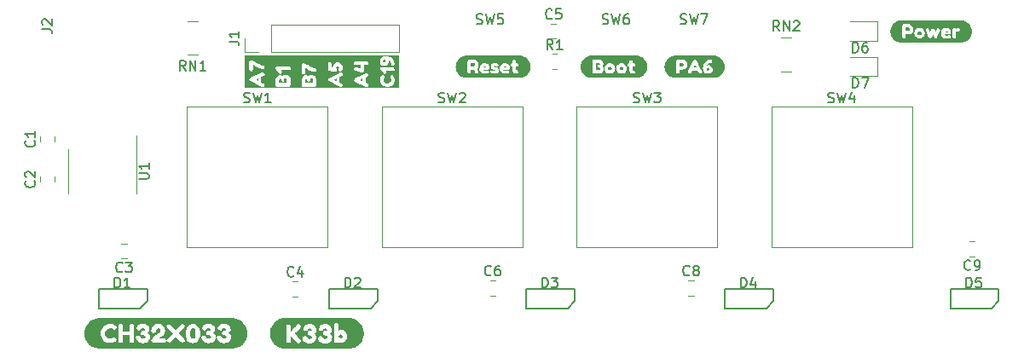
<source format=gbr>
%TF.GenerationSoftware,KiCad,Pcbnew,7.0.8*%
%TF.CreationDate,2024-01-31T16:08:22-06:00*%
%TF.ProjectId,K33b,4b333362-2e6b-4696-9361-645f70636258,rev?*%
%TF.SameCoordinates,Original*%
%TF.FileFunction,Legend,Top*%
%TF.FilePolarity,Positive*%
%FSLAX46Y46*%
G04 Gerber Fmt 4.6, Leading zero omitted, Abs format (unit mm)*
G04 Created by KiCad (PCBNEW 7.0.8) date 2024-01-31 16:08:22*
%MOMM*%
%LPD*%
G01*
G04 APERTURE LIST*
%ADD10C,0.150000*%
%ADD11C,0.120000*%
G04 APERTURE END LIST*
D10*
X146909523Y-89454819D02*
X146576190Y-88978628D01*
X146338095Y-89454819D02*
X146338095Y-88454819D01*
X146338095Y-88454819D02*
X146719047Y-88454819D01*
X146719047Y-88454819D02*
X146814285Y-88502438D01*
X146814285Y-88502438D02*
X146861904Y-88550057D01*
X146861904Y-88550057D02*
X146909523Y-88645295D01*
X146909523Y-88645295D02*
X146909523Y-88788152D01*
X146909523Y-88788152D02*
X146861904Y-88883390D01*
X146861904Y-88883390D02*
X146814285Y-88931009D01*
X146814285Y-88931009D02*
X146719047Y-88978628D01*
X146719047Y-88978628D02*
X146338095Y-88978628D01*
X147338095Y-89454819D02*
X147338095Y-88454819D01*
X147338095Y-88454819D02*
X147909523Y-89454819D01*
X147909523Y-89454819D02*
X147909523Y-88454819D01*
X148338095Y-88550057D02*
X148385714Y-88502438D01*
X148385714Y-88502438D02*
X148480952Y-88454819D01*
X148480952Y-88454819D02*
X148719047Y-88454819D01*
X148719047Y-88454819D02*
X148814285Y-88502438D01*
X148814285Y-88502438D02*
X148861904Y-88550057D01*
X148861904Y-88550057D02*
X148909523Y-88645295D01*
X148909523Y-88645295D02*
X148909523Y-88740533D01*
X148909523Y-88740533D02*
X148861904Y-88883390D01*
X148861904Y-88883390D02*
X148290476Y-89454819D01*
X148290476Y-89454819D02*
X148909523Y-89454819D01*
X154199405Y-95104819D02*
X154199405Y-94104819D01*
X154199405Y-94104819D02*
X154437500Y-94104819D01*
X154437500Y-94104819D02*
X154580357Y-94152438D01*
X154580357Y-94152438D02*
X154675595Y-94247676D01*
X154675595Y-94247676D02*
X154723214Y-94342914D01*
X154723214Y-94342914D02*
X154770833Y-94533390D01*
X154770833Y-94533390D02*
X154770833Y-94676247D01*
X154770833Y-94676247D02*
X154723214Y-94866723D01*
X154723214Y-94866723D02*
X154675595Y-94961961D01*
X154675595Y-94961961D02*
X154580357Y-95057200D01*
X154580357Y-95057200D02*
X154437500Y-95104819D01*
X154437500Y-95104819D02*
X154199405Y-95104819D01*
X155104167Y-94104819D02*
X155770833Y-94104819D01*
X155770833Y-94104819D02*
X155342262Y-95104819D01*
X154199405Y-91604819D02*
X154199405Y-90604819D01*
X154199405Y-90604819D02*
X154437500Y-90604819D01*
X154437500Y-90604819D02*
X154580357Y-90652438D01*
X154580357Y-90652438D02*
X154675595Y-90747676D01*
X154675595Y-90747676D02*
X154723214Y-90842914D01*
X154723214Y-90842914D02*
X154770833Y-91033390D01*
X154770833Y-91033390D02*
X154770833Y-91176247D01*
X154770833Y-91176247D02*
X154723214Y-91366723D01*
X154723214Y-91366723D02*
X154675595Y-91461961D01*
X154675595Y-91461961D02*
X154580357Y-91557200D01*
X154580357Y-91557200D02*
X154437500Y-91604819D01*
X154437500Y-91604819D02*
X154199405Y-91604819D01*
X155627976Y-90604819D02*
X155437500Y-90604819D01*
X155437500Y-90604819D02*
X155342262Y-90652438D01*
X155342262Y-90652438D02*
X155294643Y-90700057D01*
X155294643Y-90700057D02*
X155199405Y-90842914D01*
X155199405Y-90842914D02*
X155151786Y-91033390D01*
X155151786Y-91033390D02*
X155151786Y-91414342D01*
X155151786Y-91414342D02*
X155199405Y-91509580D01*
X155199405Y-91509580D02*
X155247024Y-91557200D01*
X155247024Y-91557200D02*
X155342262Y-91604819D01*
X155342262Y-91604819D02*
X155532738Y-91604819D01*
X155532738Y-91604819D02*
X155627976Y-91557200D01*
X155627976Y-91557200D02*
X155675595Y-91509580D01*
X155675595Y-91509580D02*
X155723214Y-91414342D01*
X155723214Y-91414342D02*
X155723214Y-91176247D01*
X155723214Y-91176247D02*
X155675595Y-91081009D01*
X155675595Y-91081009D02*
X155627976Y-91033390D01*
X155627976Y-91033390D02*
X155532738Y-90985771D01*
X155532738Y-90985771D02*
X155342262Y-90985771D01*
X155342262Y-90985771D02*
X155247024Y-91033390D01*
X155247024Y-91033390D02*
X155199405Y-91081009D01*
X155199405Y-91081009D02*
X155151786Y-91176247D01*
X73699819Y-89283333D02*
X74414104Y-89283333D01*
X74414104Y-89283333D02*
X74556961Y-89330952D01*
X74556961Y-89330952D02*
X74652200Y-89426190D01*
X74652200Y-89426190D02*
X74699819Y-89569047D01*
X74699819Y-89569047D02*
X74699819Y-89664285D01*
X73795057Y-88854761D02*
X73747438Y-88807142D01*
X73747438Y-88807142D02*
X73699819Y-88711904D01*
X73699819Y-88711904D02*
X73699819Y-88473809D01*
X73699819Y-88473809D02*
X73747438Y-88378571D01*
X73747438Y-88378571D02*
X73795057Y-88330952D01*
X73795057Y-88330952D02*
X73890295Y-88283333D01*
X73890295Y-88283333D02*
X73985533Y-88283333D01*
X73985533Y-88283333D02*
X74128390Y-88330952D01*
X74128390Y-88330952D02*
X74699819Y-88902380D01*
X74699819Y-88902380D02*
X74699819Y-88283333D01*
X83304819Y-104174404D02*
X84114342Y-104174404D01*
X84114342Y-104174404D02*
X84209580Y-104126785D01*
X84209580Y-104126785D02*
X84257200Y-104079166D01*
X84257200Y-104079166D02*
X84304819Y-103983928D01*
X84304819Y-103983928D02*
X84304819Y-103793452D01*
X84304819Y-103793452D02*
X84257200Y-103698214D01*
X84257200Y-103698214D02*
X84209580Y-103650595D01*
X84209580Y-103650595D02*
X84114342Y-103602976D01*
X84114342Y-103602976D02*
X83304819Y-103602976D01*
X84304819Y-102602976D02*
X84304819Y-103174404D01*
X84304819Y-102888690D02*
X83304819Y-102888690D01*
X83304819Y-102888690D02*
X83447676Y-102983928D01*
X83447676Y-102983928D02*
X83542914Y-103079166D01*
X83542914Y-103079166D02*
X83590533Y-103174404D01*
X137101667Y-88737200D02*
X137244524Y-88784819D01*
X137244524Y-88784819D02*
X137482619Y-88784819D01*
X137482619Y-88784819D02*
X137577857Y-88737200D01*
X137577857Y-88737200D02*
X137625476Y-88689580D01*
X137625476Y-88689580D02*
X137673095Y-88594342D01*
X137673095Y-88594342D02*
X137673095Y-88499104D01*
X137673095Y-88499104D02*
X137625476Y-88403866D01*
X137625476Y-88403866D02*
X137577857Y-88356247D01*
X137577857Y-88356247D02*
X137482619Y-88308628D01*
X137482619Y-88308628D02*
X137292143Y-88261009D01*
X137292143Y-88261009D02*
X137196905Y-88213390D01*
X137196905Y-88213390D02*
X137149286Y-88165771D01*
X137149286Y-88165771D02*
X137101667Y-88070533D01*
X137101667Y-88070533D02*
X137101667Y-87975295D01*
X137101667Y-87975295D02*
X137149286Y-87880057D01*
X137149286Y-87880057D02*
X137196905Y-87832438D01*
X137196905Y-87832438D02*
X137292143Y-87784819D01*
X137292143Y-87784819D02*
X137530238Y-87784819D01*
X137530238Y-87784819D02*
X137673095Y-87832438D01*
X138006429Y-87784819D02*
X138244524Y-88784819D01*
X138244524Y-88784819D02*
X138435000Y-88070533D01*
X138435000Y-88070533D02*
X138625476Y-88784819D01*
X138625476Y-88784819D02*
X138863572Y-87784819D01*
X139149286Y-87784819D02*
X139815952Y-87784819D01*
X139815952Y-87784819D02*
X139387381Y-88784819D01*
X129351667Y-88737200D02*
X129494524Y-88784819D01*
X129494524Y-88784819D02*
X129732619Y-88784819D01*
X129732619Y-88784819D02*
X129827857Y-88737200D01*
X129827857Y-88737200D02*
X129875476Y-88689580D01*
X129875476Y-88689580D02*
X129923095Y-88594342D01*
X129923095Y-88594342D02*
X129923095Y-88499104D01*
X129923095Y-88499104D02*
X129875476Y-88403866D01*
X129875476Y-88403866D02*
X129827857Y-88356247D01*
X129827857Y-88356247D02*
X129732619Y-88308628D01*
X129732619Y-88308628D02*
X129542143Y-88261009D01*
X129542143Y-88261009D02*
X129446905Y-88213390D01*
X129446905Y-88213390D02*
X129399286Y-88165771D01*
X129399286Y-88165771D02*
X129351667Y-88070533D01*
X129351667Y-88070533D02*
X129351667Y-87975295D01*
X129351667Y-87975295D02*
X129399286Y-87880057D01*
X129399286Y-87880057D02*
X129446905Y-87832438D01*
X129446905Y-87832438D02*
X129542143Y-87784819D01*
X129542143Y-87784819D02*
X129780238Y-87784819D01*
X129780238Y-87784819D02*
X129923095Y-87832438D01*
X130256429Y-87784819D02*
X130494524Y-88784819D01*
X130494524Y-88784819D02*
X130685000Y-88070533D01*
X130685000Y-88070533D02*
X130875476Y-88784819D01*
X130875476Y-88784819D02*
X131113572Y-87784819D01*
X131923095Y-87784819D02*
X131732619Y-87784819D01*
X131732619Y-87784819D02*
X131637381Y-87832438D01*
X131637381Y-87832438D02*
X131589762Y-87880057D01*
X131589762Y-87880057D02*
X131494524Y-88022914D01*
X131494524Y-88022914D02*
X131446905Y-88213390D01*
X131446905Y-88213390D02*
X131446905Y-88594342D01*
X131446905Y-88594342D02*
X131494524Y-88689580D01*
X131494524Y-88689580D02*
X131542143Y-88737200D01*
X131542143Y-88737200D02*
X131637381Y-88784819D01*
X131637381Y-88784819D02*
X131827857Y-88784819D01*
X131827857Y-88784819D02*
X131923095Y-88737200D01*
X131923095Y-88737200D02*
X131970714Y-88689580D01*
X131970714Y-88689580D02*
X132018333Y-88594342D01*
X132018333Y-88594342D02*
X132018333Y-88356247D01*
X132018333Y-88356247D02*
X131970714Y-88261009D01*
X131970714Y-88261009D02*
X131923095Y-88213390D01*
X131923095Y-88213390D02*
X131827857Y-88165771D01*
X131827857Y-88165771D02*
X131637381Y-88165771D01*
X131637381Y-88165771D02*
X131542143Y-88213390D01*
X131542143Y-88213390D02*
X131494524Y-88261009D01*
X131494524Y-88261009D02*
X131446905Y-88356247D01*
X116851667Y-88737200D02*
X116994524Y-88784819D01*
X116994524Y-88784819D02*
X117232619Y-88784819D01*
X117232619Y-88784819D02*
X117327857Y-88737200D01*
X117327857Y-88737200D02*
X117375476Y-88689580D01*
X117375476Y-88689580D02*
X117423095Y-88594342D01*
X117423095Y-88594342D02*
X117423095Y-88499104D01*
X117423095Y-88499104D02*
X117375476Y-88403866D01*
X117375476Y-88403866D02*
X117327857Y-88356247D01*
X117327857Y-88356247D02*
X117232619Y-88308628D01*
X117232619Y-88308628D02*
X117042143Y-88261009D01*
X117042143Y-88261009D02*
X116946905Y-88213390D01*
X116946905Y-88213390D02*
X116899286Y-88165771D01*
X116899286Y-88165771D02*
X116851667Y-88070533D01*
X116851667Y-88070533D02*
X116851667Y-87975295D01*
X116851667Y-87975295D02*
X116899286Y-87880057D01*
X116899286Y-87880057D02*
X116946905Y-87832438D01*
X116946905Y-87832438D02*
X117042143Y-87784819D01*
X117042143Y-87784819D02*
X117280238Y-87784819D01*
X117280238Y-87784819D02*
X117423095Y-87832438D01*
X117756429Y-87784819D02*
X117994524Y-88784819D01*
X117994524Y-88784819D02*
X118185000Y-88070533D01*
X118185000Y-88070533D02*
X118375476Y-88784819D01*
X118375476Y-88784819D02*
X118613572Y-87784819D01*
X119470714Y-87784819D02*
X118994524Y-87784819D01*
X118994524Y-87784819D02*
X118946905Y-88261009D01*
X118946905Y-88261009D02*
X118994524Y-88213390D01*
X118994524Y-88213390D02*
X119089762Y-88165771D01*
X119089762Y-88165771D02*
X119327857Y-88165771D01*
X119327857Y-88165771D02*
X119423095Y-88213390D01*
X119423095Y-88213390D02*
X119470714Y-88261009D01*
X119470714Y-88261009D02*
X119518333Y-88356247D01*
X119518333Y-88356247D02*
X119518333Y-88594342D01*
X119518333Y-88594342D02*
X119470714Y-88689580D01*
X119470714Y-88689580D02*
X119423095Y-88737200D01*
X119423095Y-88737200D02*
X119327857Y-88784819D01*
X119327857Y-88784819D02*
X119089762Y-88784819D01*
X119089762Y-88784819D02*
X118994524Y-88737200D01*
X118994524Y-88737200D02*
X118946905Y-88689580D01*
X151766667Y-96533200D02*
X151909524Y-96580819D01*
X151909524Y-96580819D02*
X152147619Y-96580819D01*
X152147619Y-96580819D02*
X152242857Y-96533200D01*
X152242857Y-96533200D02*
X152290476Y-96485580D01*
X152290476Y-96485580D02*
X152338095Y-96390342D01*
X152338095Y-96390342D02*
X152338095Y-96295104D01*
X152338095Y-96295104D02*
X152290476Y-96199866D01*
X152290476Y-96199866D02*
X152242857Y-96152247D01*
X152242857Y-96152247D02*
X152147619Y-96104628D01*
X152147619Y-96104628D02*
X151957143Y-96057009D01*
X151957143Y-96057009D02*
X151861905Y-96009390D01*
X151861905Y-96009390D02*
X151814286Y-95961771D01*
X151814286Y-95961771D02*
X151766667Y-95866533D01*
X151766667Y-95866533D02*
X151766667Y-95771295D01*
X151766667Y-95771295D02*
X151814286Y-95676057D01*
X151814286Y-95676057D02*
X151861905Y-95628438D01*
X151861905Y-95628438D02*
X151957143Y-95580819D01*
X151957143Y-95580819D02*
X152195238Y-95580819D01*
X152195238Y-95580819D02*
X152338095Y-95628438D01*
X152671429Y-95580819D02*
X152909524Y-96580819D01*
X152909524Y-96580819D02*
X153100000Y-95866533D01*
X153100000Y-95866533D02*
X153290476Y-96580819D01*
X153290476Y-96580819D02*
X153528572Y-95580819D01*
X154338095Y-95914152D02*
X154338095Y-96580819D01*
X154100000Y-95533200D02*
X153861905Y-96247485D01*
X153861905Y-96247485D02*
X154480952Y-96247485D01*
X132446667Y-96533200D02*
X132589524Y-96580819D01*
X132589524Y-96580819D02*
X132827619Y-96580819D01*
X132827619Y-96580819D02*
X132922857Y-96533200D01*
X132922857Y-96533200D02*
X132970476Y-96485580D01*
X132970476Y-96485580D02*
X133018095Y-96390342D01*
X133018095Y-96390342D02*
X133018095Y-96295104D01*
X133018095Y-96295104D02*
X132970476Y-96199866D01*
X132970476Y-96199866D02*
X132922857Y-96152247D01*
X132922857Y-96152247D02*
X132827619Y-96104628D01*
X132827619Y-96104628D02*
X132637143Y-96057009D01*
X132637143Y-96057009D02*
X132541905Y-96009390D01*
X132541905Y-96009390D02*
X132494286Y-95961771D01*
X132494286Y-95961771D02*
X132446667Y-95866533D01*
X132446667Y-95866533D02*
X132446667Y-95771295D01*
X132446667Y-95771295D02*
X132494286Y-95676057D01*
X132494286Y-95676057D02*
X132541905Y-95628438D01*
X132541905Y-95628438D02*
X132637143Y-95580819D01*
X132637143Y-95580819D02*
X132875238Y-95580819D01*
X132875238Y-95580819D02*
X133018095Y-95628438D01*
X133351429Y-95580819D02*
X133589524Y-96580819D01*
X133589524Y-96580819D02*
X133780000Y-95866533D01*
X133780000Y-95866533D02*
X133970476Y-96580819D01*
X133970476Y-96580819D02*
X134208572Y-95580819D01*
X134494286Y-95580819D02*
X135113333Y-95580819D01*
X135113333Y-95580819D02*
X134780000Y-95961771D01*
X134780000Y-95961771D02*
X134922857Y-95961771D01*
X134922857Y-95961771D02*
X135018095Y-96009390D01*
X135018095Y-96009390D02*
X135065714Y-96057009D01*
X135065714Y-96057009D02*
X135113333Y-96152247D01*
X135113333Y-96152247D02*
X135113333Y-96390342D01*
X135113333Y-96390342D02*
X135065714Y-96485580D01*
X135065714Y-96485580D02*
X135018095Y-96533200D01*
X135018095Y-96533200D02*
X134922857Y-96580819D01*
X134922857Y-96580819D02*
X134637143Y-96580819D01*
X134637143Y-96580819D02*
X134541905Y-96533200D01*
X134541905Y-96533200D02*
X134494286Y-96485580D01*
X113086667Y-96533200D02*
X113229524Y-96580819D01*
X113229524Y-96580819D02*
X113467619Y-96580819D01*
X113467619Y-96580819D02*
X113562857Y-96533200D01*
X113562857Y-96533200D02*
X113610476Y-96485580D01*
X113610476Y-96485580D02*
X113658095Y-96390342D01*
X113658095Y-96390342D02*
X113658095Y-96295104D01*
X113658095Y-96295104D02*
X113610476Y-96199866D01*
X113610476Y-96199866D02*
X113562857Y-96152247D01*
X113562857Y-96152247D02*
X113467619Y-96104628D01*
X113467619Y-96104628D02*
X113277143Y-96057009D01*
X113277143Y-96057009D02*
X113181905Y-96009390D01*
X113181905Y-96009390D02*
X113134286Y-95961771D01*
X113134286Y-95961771D02*
X113086667Y-95866533D01*
X113086667Y-95866533D02*
X113086667Y-95771295D01*
X113086667Y-95771295D02*
X113134286Y-95676057D01*
X113134286Y-95676057D02*
X113181905Y-95628438D01*
X113181905Y-95628438D02*
X113277143Y-95580819D01*
X113277143Y-95580819D02*
X113515238Y-95580819D01*
X113515238Y-95580819D02*
X113658095Y-95628438D01*
X113991429Y-95580819D02*
X114229524Y-96580819D01*
X114229524Y-96580819D02*
X114420000Y-95866533D01*
X114420000Y-95866533D02*
X114610476Y-96580819D01*
X114610476Y-96580819D02*
X114848572Y-95580819D01*
X115181905Y-95676057D02*
X115229524Y-95628438D01*
X115229524Y-95628438D02*
X115324762Y-95580819D01*
X115324762Y-95580819D02*
X115562857Y-95580819D01*
X115562857Y-95580819D02*
X115658095Y-95628438D01*
X115658095Y-95628438D02*
X115705714Y-95676057D01*
X115705714Y-95676057D02*
X115753333Y-95771295D01*
X115753333Y-95771295D02*
X115753333Y-95866533D01*
X115753333Y-95866533D02*
X115705714Y-96009390D01*
X115705714Y-96009390D02*
X115134286Y-96580819D01*
X115134286Y-96580819D02*
X115753333Y-96580819D01*
X93746667Y-96533200D02*
X93889524Y-96580819D01*
X93889524Y-96580819D02*
X94127619Y-96580819D01*
X94127619Y-96580819D02*
X94222857Y-96533200D01*
X94222857Y-96533200D02*
X94270476Y-96485580D01*
X94270476Y-96485580D02*
X94318095Y-96390342D01*
X94318095Y-96390342D02*
X94318095Y-96295104D01*
X94318095Y-96295104D02*
X94270476Y-96199866D01*
X94270476Y-96199866D02*
X94222857Y-96152247D01*
X94222857Y-96152247D02*
X94127619Y-96104628D01*
X94127619Y-96104628D02*
X93937143Y-96057009D01*
X93937143Y-96057009D02*
X93841905Y-96009390D01*
X93841905Y-96009390D02*
X93794286Y-95961771D01*
X93794286Y-95961771D02*
X93746667Y-95866533D01*
X93746667Y-95866533D02*
X93746667Y-95771295D01*
X93746667Y-95771295D02*
X93794286Y-95676057D01*
X93794286Y-95676057D02*
X93841905Y-95628438D01*
X93841905Y-95628438D02*
X93937143Y-95580819D01*
X93937143Y-95580819D02*
X94175238Y-95580819D01*
X94175238Y-95580819D02*
X94318095Y-95628438D01*
X94651429Y-95580819D02*
X94889524Y-96580819D01*
X94889524Y-96580819D02*
X95080000Y-95866533D01*
X95080000Y-95866533D02*
X95270476Y-96580819D01*
X95270476Y-96580819D02*
X95508572Y-95580819D01*
X96413333Y-96580819D02*
X95841905Y-96580819D01*
X96127619Y-96580819D02*
X96127619Y-95580819D01*
X96127619Y-95580819D02*
X96032381Y-95723676D01*
X96032381Y-95723676D02*
X95937143Y-95818914D01*
X95937143Y-95818914D02*
X95841905Y-95866533D01*
X87959523Y-93404819D02*
X87626190Y-92928628D01*
X87388095Y-93404819D02*
X87388095Y-92404819D01*
X87388095Y-92404819D02*
X87769047Y-92404819D01*
X87769047Y-92404819D02*
X87864285Y-92452438D01*
X87864285Y-92452438D02*
X87911904Y-92500057D01*
X87911904Y-92500057D02*
X87959523Y-92595295D01*
X87959523Y-92595295D02*
X87959523Y-92738152D01*
X87959523Y-92738152D02*
X87911904Y-92833390D01*
X87911904Y-92833390D02*
X87864285Y-92881009D01*
X87864285Y-92881009D02*
X87769047Y-92928628D01*
X87769047Y-92928628D02*
X87388095Y-92928628D01*
X88388095Y-93404819D02*
X88388095Y-92404819D01*
X88388095Y-92404819D02*
X88959523Y-93404819D01*
X88959523Y-93404819D02*
X88959523Y-92404819D01*
X89959523Y-93404819D02*
X89388095Y-93404819D01*
X89673809Y-93404819D02*
X89673809Y-92404819D01*
X89673809Y-92404819D02*
X89578571Y-92547676D01*
X89578571Y-92547676D02*
X89483333Y-92642914D01*
X89483333Y-92642914D02*
X89388095Y-92690533D01*
X124420833Y-91304819D02*
X124087500Y-90828628D01*
X123849405Y-91304819D02*
X123849405Y-90304819D01*
X123849405Y-90304819D02*
X124230357Y-90304819D01*
X124230357Y-90304819D02*
X124325595Y-90352438D01*
X124325595Y-90352438D02*
X124373214Y-90400057D01*
X124373214Y-90400057D02*
X124420833Y-90495295D01*
X124420833Y-90495295D02*
X124420833Y-90638152D01*
X124420833Y-90638152D02*
X124373214Y-90733390D01*
X124373214Y-90733390D02*
X124325595Y-90781009D01*
X124325595Y-90781009D02*
X124230357Y-90828628D01*
X124230357Y-90828628D02*
X123849405Y-90828628D01*
X125373214Y-91304819D02*
X124801786Y-91304819D01*
X125087500Y-91304819D02*
X125087500Y-90304819D01*
X125087500Y-90304819D02*
X124992262Y-90447676D01*
X124992262Y-90447676D02*
X124897024Y-90542914D01*
X124897024Y-90542914D02*
X124801786Y-90590533D01*
X92274819Y-90533333D02*
X92989104Y-90533333D01*
X92989104Y-90533333D02*
X93131961Y-90580952D01*
X93131961Y-90580952D02*
X93227200Y-90676190D01*
X93227200Y-90676190D02*
X93274819Y-90819047D01*
X93274819Y-90819047D02*
X93274819Y-90914285D01*
X93274819Y-89533333D02*
X93274819Y-90104761D01*
X93274819Y-89819047D02*
X92274819Y-89819047D01*
X92274819Y-89819047D02*
X92417676Y-89914285D01*
X92417676Y-89914285D02*
X92512914Y-90009523D01*
X92512914Y-90009523D02*
X92560533Y-90104761D01*
X165461905Y-114964819D02*
X165461905Y-113964819D01*
X165461905Y-113964819D02*
X165700000Y-113964819D01*
X165700000Y-113964819D02*
X165842857Y-114012438D01*
X165842857Y-114012438D02*
X165938095Y-114107676D01*
X165938095Y-114107676D02*
X165985714Y-114202914D01*
X165985714Y-114202914D02*
X166033333Y-114393390D01*
X166033333Y-114393390D02*
X166033333Y-114536247D01*
X166033333Y-114536247D02*
X165985714Y-114726723D01*
X165985714Y-114726723D02*
X165938095Y-114821961D01*
X165938095Y-114821961D02*
X165842857Y-114917200D01*
X165842857Y-114917200D02*
X165700000Y-114964819D01*
X165700000Y-114964819D02*
X165461905Y-114964819D01*
X166938095Y-113964819D02*
X166461905Y-113964819D01*
X166461905Y-113964819D02*
X166414286Y-114441009D01*
X166414286Y-114441009D02*
X166461905Y-114393390D01*
X166461905Y-114393390D02*
X166557143Y-114345771D01*
X166557143Y-114345771D02*
X166795238Y-114345771D01*
X166795238Y-114345771D02*
X166890476Y-114393390D01*
X166890476Y-114393390D02*
X166938095Y-114441009D01*
X166938095Y-114441009D02*
X166985714Y-114536247D01*
X166985714Y-114536247D02*
X166985714Y-114774342D01*
X166985714Y-114774342D02*
X166938095Y-114869580D01*
X166938095Y-114869580D02*
X166890476Y-114917200D01*
X166890476Y-114917200D02*
X166795238Y-114964819D01*
X166795238Y-114964819D02*
X166557143Y-114964819D01*
X166557143Y-114964819D02*
X166461905Y-114917200D01*
X166461905Y-114917200D02*
X166414286Y-114869580D01*
X143086905Y-114964819D02*
X143086905Y-113964819D01*
X143086905Y-113964819D02*
X143325000Y-113964819D01*
X143325000Y-113964819D02*
X143467857Y-114012438D01*
X143467857Y-114012438D02*
X143563095Y-114107676D01*
X143563095Y-114107676D02*
X143610714Y-114202914D01*
X143610714Y-114202914D02*
X143658333Y-114393390D01*
X143658333Y-114393390D02*
X143658333Y-114536247D01*
X143658333Y-114536247D02*
X143610714Y-114726723D01*
X143610714Y-114726723D02*
X143563095Y-114821961D01*
X143563095Y-114821961D02*
X143467857Y-114917200D01*
X143467857Y-114917200D02*
X143325000Y-114964819D01*
X143325000Y-114964819D02*
X143086905Y-114964819D01*
X144515476Y-114298152D02*
X144515476Y-114964819D01*
X144277381Y-113917200D02*
X144039286Y-114631485D01*
X144039286Y-114631485D02*
X144658333Y-114631485D01*
X123361905Y-114964819D02*
X123361905Y-113964819D01*
X123361905Y-113964819D02*
X123600000Y-113964819D01*
X123600000Y-113964819D02*
X123742857Y-114012438D01*
X123742857Y-114012438D02*
X123838095Y-114107676D01*
X123838095Y-114107676D02*
X123885714Y-114202914D01*
X123885714Y-114202914D02*
X123933333Y-114393390D01*
X123933333Y-114393390D02*
X123933333Y-114536247D01*
X123933333Y-114536247D02*
X123885714Y-114726723D01*
X123885714Y-114726723D02*
X123838095Y-114821961D01*
X123838095Y-114821961D02*
X123742857Y-114917200D01*
X123742857Y-114917200D02*
X123600000Y-114964819D01*
X123600000Y-114964819D02*
X123361905Y-114964819D01*
X124266667Y-113964819D02*
X124885714Y-113964819D01*
X124885714Y-113964819D02*
X124552381Y-114345771D01*
X124552381Y-114345771D02*
X124695238Y-114345771D01*
X124695238Y-114345771D02*
X124790476Y-114393390D01*
X124790476Y-114393390D02*
X124838095Y-114441009D01*
X124838095Y-114441009D02*
X124885714Y-114536247D01*
X124885714Y-114536247D02*
X124885714Y-114774342D01*
X124885714Y-114774342D02*
X124838095Y-114869580D01*
X124838095Y-114869580D02*
X124790476Y-114917200D01*
X124790476Y-114917200D02*
X124695238Y-114964819D01*
X124695238Y-114964819D02*
X124409524Y-114964819D01*
X124409524Y-114964819D02*
X124314286Y-114917200D01*
X124314286Y-114917200D02*
X124266667Y-114869580D01*
X103786905Y-114964819D02*
X103786905Y-113964819D01*
X103786905Y-113964819D02*
X104025000Y-113964819D01*
X104025000Y-113964819D02*
X104167857Y-114012438D01*
X104167857Y-114012438D02*
X104263095Y-114107676D01*
X104263095Y-114107676D02*
X104310714Y-114202914D01*
X104310714Y-114202914D02*
X104358333Y-114393390D01*
X104358333Y-114393390D02*
X104358333Y-114536247D01*
X104358333Y-114536247D02*
X104310714Y-114726723D01*
X104310714Y-114726723D02*
X104263095Y-114821961D01*
X104263095Y-114821961D02*
X104167857Y-114917200D01*
X104167857Y-114917200D02*
X104025000Y-114964819D01*
X104025000Y-114964819D02*
X103786905Y-114964819D01*
X104739286Y-114060057D02*
X104786905Y-114012438D01*
X104786905Y-114012438D02*
X104882143Y-113964819D01*
X104882143Y-113964819D02*
X105120238Y-113964819D01*
X105120238Y-113964819D02*
X105215476Y-114012438D01*
X105215476Y-114012438D02*
X105263095Y-114060057D01*
X105263095Y-114060057D02*
X105310714Y-114155295D01*
X105310714Y-114155295D02*
X105310714Y-114250533D01*
X105310714Y-114250533D02*
X105263095Y-114393390D01*
X105263095Y-114393390D02*
X104691667Y-114964819D01*
X104691667Y-114964819D02*
X105310714Y-114964819D01*
X80911905Y-114964819D02*
X80911905Y-113964819D01*
X80911905Y-113964819D02*
X81150000Y-113964819D01*
X81150000Y-113964819D02*
X81292857Y-114012438D01*
X81292857Y-114012438D02*
X81388095Y-114107676D01*
X81388095Y-114107676D02*
X81435714Y-114202914D01*
X81435714Y-114202914D02*
X81483333Y-114393390D01*
X81483333Y-114393390D02*
X81483333Y-114536247D01*
X81483333Y-114536247D02*
X81435714Y-114726723D01*
X81435714Y-114726723D02*
X81388095Y-114821961D01*
X81388095Y-114821961D02*
X81292857Y-114917200D01*
X81292857Y-114917200D02*
X81150000Y-114964819D01*
X81150000Y-114964819D02*
X80911905Y-114964819D01*
X82435714Y-114964819D02*
X81864286Y-114964819D01*
X82150000Y-114964819D02*
X82150000Y-113964819D01*
X82150000Y-113964819D02*
X82054762Y-114107676D01*
X82054762Y-114107676D02*
X81959524Y-114202914D01*
X81959524Y-114202914D02*
X81864286Y-114250533D01*
X165883333Y-113139580D02*
X165835714Y-113187200D01*
X165835714Y-113187200D02*
X165692857Y-113234819D01*
X165692857Y-113234819D02*
X165597619Y-113234819D01*
X165597619Y-113234819D02*
X165454762Y-113187200D01*
X165454762Y-113187200D02*
X165359524Y-113091961D01*
X165359524Y-113091961D02*
X165311905Y-112996723D01*
X165311905Y-112996723D02*
X165264286Y-112806247D01*
X165264286Y-112806247D02*
X165264286Y-112663390D01*
X165264286Y-112663390D02*
X165311905Y-112472914D01*
X165311905Y-112472914D02*
X165359524Y-112377676D01*
X165359524Y-112377676D02*
X165454762Y-112282438D01*
X165454762Y-112282438D02*
X165597619Y-112234819D01*
X165597619Y-112234819D02*
X165692857Y-112234819D01*
X165692857Y-112234819D02*
X165835714Y-112282438D01*
X165835714Y-112282438D02*
X165883333Y-112330057D01*
X166359524Y-113234819D02*
X166550000Y-113234819D01*
X166550000Y-113234819D02*
X166645238Y-113187200D01*
X166645238Y-113187200D02*
X166692857Y-113139580D01*
X166692857Y-113139580D02*
X166788095Y-112996723D01*
X166788095Y-112996723D02*
X166835714Y-112806247D01*
X166835714Y-112806247D02*
X166835714Y-112425295D01*
X166835714Y-112425295D02*
X166788095Y-112330057D01*
X166788095Y-112330057D02*
X166740476Y-112282438D01*
X166740476Y-112282438D02*
X166645238Y-112234819D01*
X166645238Y-112234819D02*
X166454762Y-112234819D01*
X166454762Y-112234819D02*
X166359524Y-112282438D01*
X166359524Y-112282438D02*
X166311905Y-112330057D01*
X166311905Y-112330057D02*
X166264286Y-112425295D01*
X166264286Y-112425295D02*
X166264286Y-112663390D01*
X166264286Y-112663390D02*
X166311905Y-112758628D01*
X166311905Y-112758628D02*
X166359524Y-112806247D01*
X166359524Y-112806247D02*
X166454762Y-112853866D01*
X166454762Y-112853866D02*
X166645238Y-112853866D01*
X166645238Y-112853866D02*
X166740476Y-112806247D01*
X166740476Y-112806247D02*
X166788095Y-112758628D01*
X166788095Y-112758628D02*
X166835714Y-112663390D01*
X137983333Y-113679580D02*
X137935714Y-113727200D01*
X137935714Y-113727200D02*
X137792857Y-113774819D01*
X137792857Y-113774819D02*
X137697619Y-113774819D01*
X137697619Y-113774819D02*
X137554762Y-113727200D01*
X137554762Y-113727200D02*
X137459524Y-113631961D01*
X137459524Y-113631961D02*
X137411905Y-113536723D01*
X137411905Y-113536723D02*
X137364286Y-113346247D01*
X137364286Y-113346247D02*
X137364286Y-113203390D01*
X137364286Y-113203390D02*
X137411905Y-113012914D01*
X137411905Y-113012914D02*
X137459524Y-112917676D01*
X137459524Y-112917676D02*
X137554762Y-112822438D01*
X137554762Y-112822438D02*
X137697619Y-112774819D01*
X137697619Y-112774819D02*
X137792857Y-112774819D01*
X137792857Y-112774819D02*
X137935714Y-112822438D01*
X137935714Y-112822438D02*
X137983333Y-112870057D01*
X138554762Y-113203390D02*
X138459524Y-113155771D01*
X138459524Y-113155771D02*
X138411905Y-113108152D01*
X138411905Y-113108152D02*
X138364286Y-113012914D01*
X138364286Y-113012914D02*
X138364286Y-112965295D01*
X138364286Y-112965295D02*
X138411905Y-112870057D01*
X138411905Y-112870057D02*
X138459524Y-112822438D01*
X138459524Y-112822438D02*
X138554762Y-112774819D01*
X138554762Y-112774819D02*
X138745238Y-112774819D01*
X138745238Y-112774819D02*
X138840476Y-112822438D01*
X138840476Y-112822438D02*
X138888095Y-112870057D01*
X138888095Y-112870057D02*
X138935714Y-112965295D01*
X138935714Y-112965295D02*
X138935714Y-113012914D01*
X138935714Y-113012914D02*
X138888095Y-113108152D01*
X138888095Y-113108152D02*
X138840476Y-113155771D01*
X138840476Y-113155771D02*
X138745238Y-113203390D01*
X138745238Y-113203390D02*
X138554762Y-113203390D01*
X138554762Y-113203390D02*
X138459524Y-113251009D01*
X138459524Y-113251009D02*
X138411905Y-113298628D01*
X138411905Y-113298628D02*
X138364286Y-113393866D01*
X138364286Y-113393866D02*
X138364286Y-113584342D01*
X138364286Y-113584342D02*
X138411905Y-113679580D01*
X138411905Y-113679580D02*
X138459524Y-113727200D01*
X138459524Y-113727200D02*
X138554762Y-113774819D01*
X138554762Y-113774819D02*
X138745238Y-113774819D01*
X138745238Y-113774819D02*
X138840476Y-113727200D01*
X138840476Y-113727200D02*
X138888095Y-113679580D01*
X138888095Y-113679580D02*
X138935714Y-113584342D01*
X138935714Y-113584342D02*
X138935714Y-113393866D01*
X138935714Y-113393866D02*
X138888095Y-113298628D01*
X138888095Y-113298628D02*
X138840476Y-113251009D01*
X138840476Y-113251009D02*
X138745238Y-113203390D01*
X118283333Y-113679580D02*
X118235714Y-113727200D01*
X118235714Y-113727200D02*
X118092857Y-113774819D01*
X118092857Y-113774819D02*
X117997619Y-113774819D01*
X117997619Y-113774819D02*
X117854762Y-113727200D01*
X117854762Y-113727200D02*
X117759524Y-113631961D01*
X117759524Y-113631961D02*
X117711905Y-113536723D01*
X117711905Y-113536723D02*
X117664286Y-113346247D01*
X117664286Y-113346247D02*
X117664286Y-113203390D01*
X117664286Y-113203390D02*
X117711905Y-113012914D01*
X117711905Y-113012914D02*
X117759524Y-112917676D01*
X117759524Y-112917676D02*
X117854762Y-112822438D01*
X117854762Y-112822438D02*
X117997619Y-112774819D01*
X117997619Y-112774819D02*
X118092857Y-112774819D01*
X118092857Y-112774819D02*
X118235714Y-112822438D01*
X118235714Y-112822438D02*
X118283333Y-112870057D01*
X119140476Y-112774819D02*
X118950000Y-112774819D01*
X118950000Y-112774819D02*
X118854762Y-112822438D01*
X118854762Y-112822438D02*
X118807143Y-112870057D01*
X118807143Y-112870057D02*
X118711905Y-113012914D01*
X118711905Y-113012914D02*
X118664286Y-113203390D01*
X118664286Y-113203390D02*
X118664286Y-113584342D01*
X118664286Y-113584342D02*
X118711905Y-113679580D01*
X118711905Y-113679580D02*
X118759524Y-113727200D01*
X118759524Y-113727200D02*
X118854762Y-113774819D01*
X118854762Y-113774819D02*
X119045238Y-113774819D01*
X119045238Y-113774819D02*
X119140476Y-113727200D01*
X119140476Y-113727200D02*
X119188095Y-113679580D01*
X119188095Y-113679580D02*
X119235714Y-113584342D01*
X119235714Y-113584342D02*
X119235714Y-113346247D01*
X119235714Y-113346247D02*
X119188095Y-113251009D01*
X119188095Y-113251009D02*
X119140476Y-113203390D01*
X119140476Y-113203390D02*
X119045238Y-113155771D01*
X119045238Y-113155771D02*
X118854762Y-113155771D01*
X118854762Y-113155771D02*
X118759524Y-113203390D01*
X118759524Y-113203390D02*
X118711905Y-113251009D01*
X118711905Y-113251009D02*
X118664286Y-113346247D01*
X124333333Y-88179580D02*
X124285714Y-88227200D01*
X124285714Y-88227200D02*
X124142857Y-88274819D01*
X124142857Y-88274819D02*
X124047619Y-88274819D01*
X124047619Y-88274819D02*
X123904762Y-88227200D01*
X123904762Y-88227200D02*
X123809524Y-88131961D01*
X123809524Y-88131961D02*
X123761905Y-88036723D01*
X123761905Y-88036723D02*
X123714286Y-87846247D01*
X123714286Y-87846247D02*
X123714286Y-87703390D01*
X123714286Y-87703390D02*
X123761905Y-87512914D01*
X123761905Y-87512914D02*
X123809524Y-87417676D01*
X123809524Y-87417676D02*
X123904762Y-87322438D01*
X123904762Y-87322438D02*
X124047619Y-87274819D01*
X124047619Y-87274819D02*
X124142857Y-87274819D01*
X124142857Y-87274819D02*
X124285714Y-87322438D01*
X124285714Y-87322438D02*
X124333333Y-87370057D01*
X125238095Y-87274819D02*
X124761905Y-87274819D01*
X124761905Y-87274819D02*
X124714286Y-87751009D01*
X124714286Y-87751009D02*
X124761905Y-87703390D01*
X124761905Y-87703390D02*
X124857143Y-87655771D01*
X124857143Y-87655771D02*
X125095238Y-87655771D01*
X125095238Y-87655771D02*
X125190476Y-87703390D01*
X125190476Y-87703390D02*
X125238095Y-87751009D01*
X125238095Y-87751009D02*
X125285714Y-87846247D01*
X125285714Y-87846247D02*
X125285714Y-88084342D01*
X125285714Y-88084342D02*
X125238095Y-88179580D01*
X125238095Y-88179580D02*
X125190476Y-88227200D01*
X125190476Y-88227200D02*
X125095238Y-88274819D01*
X125095238Y-88274819D02*
X124857143Y-88274819D01*
X124857143Y-88274819D02*
X124761905Y-88227200D01*
X124761905Y-88227200D02*
X124714286Y-88179580D01*
X98683333Y-113779580D02*
X98635714Y-113827200D01*
X98635714Y-113827200D02*
X98492857Y-113874819D01*
X98492857Y-113874819D02*
X98397619Y-113874819D01*
X98397619Y-113874819D02*
X98254762Y-113827200D01*
X98254762Y-113827200D02*
X98159524Y-113731961D01*
X98159524Y-113731961D02*
X98111905Y-113636723D01*
X98111905Y-113636723D02*
X98064286Y-113446247D01*
X98064286Y-113446247D02*
X98064286Y-113303390D01*
X98064286Y-113303390D02*
X98111905Y-113112914D01*
X98111905Y-113112914D02*
X98159524Y-113017676D01*
X98159524Y-113017676D02*
X98254762Y-112922438D01*
X98254762Y-112922438D02*
X98397619Y-112874819D01*
X98397619Y-112874819D02*
X98492857Y-112874819D01*
X98492857Y-112874819D02*
X98635714Y-112922438D01*
X98635714Y-112922438D02*
X98683333Y-112970057D01*
X99540476Y-113208152D02*
X99540476Y-113874819D01*
X99302381Y-112827200D02*
X99064286Y-113541485D01*
X99064286Y-113541485D02*
X99683333Y-113541485D01*
X81683333Y-113339580D02*
X81635714Y-113387200D01*
X81635714Y-113387200D02*
X81492857Y-113434819D01*
X81492857Y-113434819D02*
X81397619Y-113434819D01*
X81397619Y-113434819D02*
X81254762Y-113387200D01*
X81254762Y-113387200D02*
X81159524Y-113291961D01*
X81159524Y-113291961D02*
X81111905Y-113196723D01*
X81111905Y-113196723D02*
X81064286Y-113006247D01*
X81064286Y-113006247D02*
X81064286Y-112863390D01*
X81064286Y-112863390D02*
X81111905Y-112672914D01*
X81111905Y-112672914D02*
X81159524Y-112577676D01*
X81159524Y-112577676D02*
X81254762Y-112482438D01*
X81254762Y-112482438D02*
X81397619Y-112434819D01*
X81397619Y-112434819D02*
X81492857Y-112434819D01*
X81492857Y-112434819D02*
X81635714Y-112482438D01*
X81635714Y-112482438D02*
X81683333Y-112530057D01*
X82016667Y-112434819D02*
X82635714Y-112434819D01*
X82635714Y-112434819D02*
X82302381Y-112815771D01*
X82302381Y-112815771D02*
X82445238Y-112815771D01*
X82445238Y-112815771D02*
X82540476Y-112863390D01*
X82540476Y-112863390D02*
X82588095Y-112911009D01*
X82588095Y-112911009D02*
X82635714Y-113006247D01*
X82635714Y-113006247D02*
X82635714Y-113244342D01*
X82635714Y-113244342D02*
X82588095Y-113339580D01*
X82588095Y-113339580D02*
X82540476Y-113387200D01*
X82540476Y-113387200D02*
X82445238Y-113434819D01*
X82445238Y-113434819D02*
X82159524Y-113434819D01*
X82159524Y-113434819D02*
X82064286Y-113387200D01*
X82064286Y-113387200D02*
X82016667Y-113339580D01*
X72929580Y-104366666D02*
X72977200Y-104414285D01*
X72977200Y-104414285D02*
X73024819Y-104557142D01*
X73024819Y-104557142D02*
X73024819Y-104652380D01*
X73024819Y-104652380D02*
X72977200Y-104795237D01*
X72977200Y-104795237D02*
X72881961Y-104890475D01*
X72881961Y-104890475D02*
X72786723Y-104938094D01*
X72786723Y-104938094D02*
X72596247Y-104985713D01*
X72596247Y-104985713D02*
X72453390Y-104985713D01*
X72453390Y-104985713D02*
X72262914Y-104938094D01*
X72262914Y-104938094D02*
X72167676Y-104890475D01*
X72167676Y-104890475D02*
X72072438Y-104795237D01*
X72072438Y-104795237D02*
X72024819Y-104652380D01*
X72024819Y-104652380D02*
X72024819Y-104557142D01*
X72024819Y-104557142D02*
X72072438Y-104414285D01*
X72072438Y-104414285D02*
X72120057Y-104366666D01*
X72120057Y-103985713D02*
X72072438Y-103938094D01*
X72072438Y-103938094D02*
X72024819Y-103842856D01*
X72024819Y-103842856D02*
X72024819Y-103604761D01*
X72024819Y-103604761D02*
X72072438Y-103509523D01*
X72072438Y-103509523D02*
X72120057Y-103461904D01*
X72120057Y-103461904D02*
X72215295Y-103414285D01*
X72215295Y-103414285D02*
X72310533Y-103414285D01*
X72310533Y-103414285D02*
X72453390Y-103461904D01*
X72453390Y-103461904D02*
X73024819Y-104033332D01*
X73024819Y-104033332D02*
X73024819Y-103414285D01*
X72929580Y-100366666D02*
X72977200Y-100414285D01*
X72977200Y-100414285D02*
X73024819Y-100557142D01*
X73024819Y-100557142D02*
X73024819Y-100652380D01*
X73024819Y-100652380D02*
X72977200Y-100795237D01*
X72977200Y-100795237D02*
X72881961Y-100890475D01*
X72881961Y-100890475D02*
X72786723Y-100938094D01*
X72786723Y-100938094D02*
X72596247Y-100985713D01*
X72596247Y-100985713D02*
X72453390Y-100985713D01*
X72453390Y-100985713D02*
X72262914Y-100938094D01*
X72262914Y-100938094D02*
X72167676Y-100890475D01*
X72167676Y-100890475D02*
X72072438Y-100795237D01*
X72072438Y-100795237D02*
X72024819Y-100652380D01*
X72024819Y-100652380D02*
X72024819Y-100557142D01*
X72024819Y-100557142D02*
X72072438Y-100414285D01*
X72072438Y-100414285D02*
X72120057Y-100366666D01*
X73024819Y-99414285D02*
X73024819Y-99985713D01*
X73024819Y-99699999D02*
X72024819Y-99699999D01*
X72024819Y-99699999D02*
X72167676Y-99795237D01*
X72167676Y-99795237D02*
X72262914Y-99890475D01*
X72262914Y-99890475D02*
X72310533Y-99985713D01*
%TO.C,kibuzzard-65BAB04D*%
G36*
X104280683Y-117979968D02*
G01*
X104428952Y-118001962D01*
X104574350Y-118038382D01*
X104715479Y-118088879D01*
X104850978Y-118152965D01*
X104979544Y-118230024D01*
X105099937Y-118319314D01*
X105210999Y-118419975D01*
X105311659Y-118531036D01*
X105400949Y-118651429D01*
X105478008Y-118779995D01*
X105542095Y-118915494D01*
X105592591Y-119056623D01*
X105629012Y-119202022D01*
X105651005Y-119350290D01*
X105658360Y-119500000D01*
X105651005Y-119649710D01*
X105629012Y-119797978D01*
X105592591Y-119943377D01*
X105542095Y-120084506D01*
X105478008Y-120220005D01*
X105400949Y-120348571D01*
X105311659Y-120468964D01*
X105210999Y-120580025D01*
X105099937Y-120680686D01*
X104979544Y-120769976D01*
X104850978Y-120847035D01*
X104715479Y-120911121D01*
X104574350Y-120961618D01*
X104428952Y-120998038D01*
X104280683Y-121020032D01*
X104130973Y-121027387D01*
X104025140Y-121027387D01*
X102907540Y-121027387D01*
X101807720Y-121027387D01*
X100263400Y-121027387D01*
X99139450Y-121027387D01*
X97974860Y-121027387D01*
X97869027Y-121027387D01*
X97719317Y-121020032D01*
X97571048Y-120998038D01*
X97425650Y-120961618D01*
X97284521Y-120911121D01*
X97149022Y-120847035D01*
X97020456Y-120769976D01*
X96900063Y-120680686D01*
X96789001Y-120580025D01*
X96688341Y-120468964D01*
X96599051Y-120348571D01*
X96533461Y-120239140D01*
X97974860Y-120239140D01*
X97990100Y-120368680D01*
X98057410Y-120441070D01*
X98198380Y-120465200D01*
X98329190Y-120448055D01*
X98396500Y-120396620D01*
X98420630Y-120330580D01*
X98424440Y-120241680D01*
X98424440Y-119746380D01*
X98983240Y-120383920D01*
X99139450Y-120490600D01*
X99305820Y-120402970D01*
X99407420Y-120250570D01*
X99323600Y-120091820D01*
X99228191Y-119986251D01*
X99156370Y-119911480D01*
X99559820Y-119911480D01*
X99587760Y-120048640D01*
X99592840Y-120074040D01*
X99620780Y-120140080D01*
X99683645Y-120241045D01*
X99755400Y-120320420D01*
X99902156Y-120419198D01*
X100071489Y-120478464D01*
X100263400Y-120498220D01*
X100456722Y-120478606D01*
X100626902Y-120419762D01*
X100773940Y-120321690D01*
X100886829Y-120193420D01*
X100954562Y-120043983D01*
X100972098Y-119911480D01*
X101104140Y-119911480D01*
X101132080Y-120048640D01*
X101137160Y-120074040D01*
X101165100Y-120140080D01*
X101227965Y-120241045D01*
X101299720Y-120320420D01*
X101446476Y-120419198D01*
X101615809Y-120478464D01*
X101807720Y-120498220D01*
X102001042Y-120478606D01*
X102171222Y-120419762D01*
X102318260Y-120321690D01*
X102390911Y-120239140D01*
X102686560Y-120239140D01*
X102690370Y-120326770D01*
X102711960Y-120394080D01*
X102778635Y-120445515D01*
X102907540Y-120462660D01*
X103061210Y-120431545D01*
X103125980Y-120338200D01*
X103248535Y-120429640D01*
X103433320Y-120460120D01*
X103574149Y-120437966D01*
X103708769Y-120371502D01*
X103837180Y-120260730D01*
X103941602Y-120120466D01*
X104004256Y-119965526D01*
X104025140Y-119795910D01*
X104004114Y-119626153D01*
X103941038Y-119470790D01*
X103835910Y-119329820D01*
X103705664Y-119218342D01*
X103567234Y-119151456D01*
X103420620Y-119129160D01*
X103254250Y-119160275D01*
X103131060Y-119253620D01*
X103131060Y-118725300D01*
X103127250Y-118637670D01*
X103103120Y-118570360D01*
X103038350Y-118518925D01*
X102910080Y-118501780D01*
X102779270Y-118518925D01*
X102711960Y-118570360D01*
X102690370Y-118635130D01*
X102686560Y-118722760D01*
X102686560Y-120239140D01*
X102390911Y-120239140D01*
X102431149Y-120193420D01*
X102498882Y-120043983D01*
X102521460Y-119873380D01*
X102500505Y-119743840D01*
X102437640Y-119629540D01*
X102357630Y-119546990D01*
X102282700Y-119492380D01*
X102282700Y-119474600D01*
X102392767Y-119394872D01*
X102458807Y-119287769D01*
X102480820Y-119153290D01*
X102460782Y-119010062D01*
X102400669Y-118876712D01*
X102300480Y-118753240D01*
X102165578Y-118654462D01*
X102001324Y-118595196D01*
X101807720Y-118575440D01*
X101681672Y-118584330D01*
X101567690Y-118611000D01*
X101400050Y-118689740D01*
X101294640Y-118790070D01*
X101238760Y-118870080D01*
X101180340Y-119042800D01*
X101212090Y-119133605D01*
X101307340Y-119212980D01*
X101447040Y-119258700D01*
X101543560Y-119226950D01*
X101614680Y-119131700D01*
X101629920Y-119101220D01*
X101695960Y-119040260D01*
X101839470Y-119009780D01*
X101980440Y-119058040D01*
X102031240Y-119159640D01*
X101982980Y-119233935D01*
X101838200Y-119258700D01*
X101706120Y-119271400D01*
X101635635Y-119340615D01*
X101612140Y-119482220D01*
X101629285Y-119612395D01*
X101680720Y-119677800D01*
X101746760Y-119703200D01*
X101862330Y-119708280D01*
X102009650Y-119760350D01*
X102071880Y-119881000D01*
X102008380Y-120004190D01*
X101927100Y-120045147D01*
X101810260Y-120058800D01*
X101703580Y-120043560D01*
X101563880Y-119921640D01*
X101487680Y-119789560D01*
X101353060Y-119764160D01*
X101166370Y-119800990D01*
X101104140Y-119911480D01*
X100972098Y-119911480D01*
X100977140Y-119873380D01*
X100956185Y-119743840D01*
X100893320Y-119629540D01*
X100813310Y-119546990D01*
X100738380Y-119492380D01*
X100738380Y-119474600D01*
X100848447Y-119394872D01*
X100914487Y-119287769D01*
X100936500Y-119153290D01*
X100916462Y-119010062D01*
X100856349Y-118876712D01*
X100756160Y-118753240D01*
X100621258Y-118654462D01*
X100457004Y-118595196D01*
X100263400Y-118575440D01*
X100137352Y-118584330D01*
X100023370Y-118611000D01*
X99855730Y-118689740D01*
X99750320Y-118790070D01*
X99694440Y-118870080D01*
X99636020Y-119042800D01*
X99667770Y-119133605D01*
X99763020Y-119212980D01*
X99902720Y-119258700D01*
X99999240Y-119226950D01*
X100070360Y-119131700D01*
X100085600Y-119101220D01*
X100151640Y-119040260D01*
X100295150Y-119009780D01*
X100436120Y-119058040D01*
X100486920Y-119159640D01*
X100438660Y-119233935D01*
X100293880Y-119258700D01*
X100161800Y-119271400D01*
X100091315Y-119340615D01*
X100067820Y-119482220D01*
X100084965Y-119612395D01*
X100136400Y-119677800D01*
X100202440Y-119703200D01*
X100318010Y-119708280D01*
X100465330Y-119760350D01*
X100527560Y-119881000D01*
X100464060Y-120004190D01*
X100382780Y-120045147D01*
X100265940Y-120058800D01*
X100159260Y-120043560D01*
X100019560Y-119921640D01*
X99943360Y-119789560D01*
X99808740Y-119764160D01*
X99622050Y-119800990D01*
X99559820Y-119911480D01*
X99156370Y-119911480D01*
X99104525Y-119857505D01*
X98952601Y-119705581D01*
X98772420Y-119530480D01*
X98874020Y-119433960D01*
X99018800Y-119293307D01*
X99143260Y-119168530D01*
X99247400Y-119059628D01*
X99331220Y-118966600D01*
X99407420Y-118812930D01*
X99305820Y-118660530D01*
X99138180Y-118572900D01*
X98983240Y-118677040D01*
X98892613Y-118782196D01*
X98791419Y-118898528D01*
X98679659Y-119026036D01*
X98557333Y-119164720D01*
X98424440Y-119314580D01*
X98424440Y-118829440D01*
X98411740Y-118697360D01*
X98342525Y-118626875D01*
X98200920Y-118603380D01*
X98070110Y-118620525D01*
X98002800Y-118671960D01*
X97978670Y-118739270D01*
X97974860Y-118826900D01*
X97974860Y-120239140D01*
X96533461Y-120239140D01*
X96521992Y-120220005D01*
X96457905Y-120084506D01*
X96407409Y-119943377D01*
X96370988Y-119797978D01*
X96348995Y-119649710D01*
X96341640Y-119500000D01*
X96348995Y-119350290D01*
X96370988Y-119202022D01*
X96407409Y-119056623D01*
X96457905Y-118915494D01*
X96521992Y-118779995D01*
X96599051Y-118651429D01*
X96688341Y-118531036D01*
X96789001Y-118419975D01*
X96900063Y-118319314D01*
X97020456Y-118230024D01*
X97149022Y-118152965D01*
X97284521Y-118088879D01*
X97425650Y-118038382D01*
X97571048Y-118001962D01*
X97719317Y-117979968D01*
X97869027Y-117972613D01*
X97974860Y-117972613D01*
X104025140Y-117972613D01*
X104130973Y-117972613D01*
X104280683Y-117979968D01*
G37*
G36*
X103519680Y-119643510D02*
G01*
X103580640Y-119797180D01*
X103514600Y-119949580D01*
X103354580Y-120018160D01*
X103198370Y-119949580D01*
X103136140Y-119798450D01*
X103195830Y-119644780D01*
X103357120Y-119573660D01*
X103519680Y-119643510D01*
G37*
%TO.C,kibuzzard-65BAB00C*%
G36*
X92742754Y-118005246D02*
G01*
X92888556Y-118026874D01*
X93031537Y-118062688D01*
X93170319Y-118112345D01*
X93303565Y-118175366D01*
X93429992Y-118251144D01*
X93548384Y-118338949D01*
X93657598Y-118437935D01*
X93756585Y-118547150D01*
X93844390Y-118665541D01*
X93920167Y-118791968D01*
X93983188Y-118925215D01*
X94032845Y-119063996D01*
X94068660Y-119206977D01*
X94090287Y-119352780D01*
X94097520Y-119500000D01*
X94090287Y-119647220D01*
X94068660Y-119793023D01*
X94032845Y-119936004D01*
X93983188Y-120074785D01*
X93920167Y-120208032D01*
X93844390Y-120334459D01*
X93756585Y-120452850D01*
X93657598Y-120562065D01*
X93548384Y-120661051D01*
X93429992Y-120748856D01*
X93303565Y-120824634D01*
X93170319Y-120887655D01*
X93031537Y-120937312D01*
X92888556Y-120973126D01*
X92742754Y-120994754D01*
X92595533Y-121001987D01*
X92489700Y-121001987D01*
X91775960Y-121001987D01*
X90231640Y-121001987D01*
X88694940Y-121001987D01*
X87619250Y-121001987D01*
X85771400Y-121001987D01*
X83714000Y-121001987D01*
X82619260Y-121001987D01*
X80481850Y-121001987D01*
X79510300Y-121001987D01*
X79404467Y-121001987D01*
X79257246Y-120994754D01*
X79111444Y-120973126D01*
X78968463Y-120937312D01*
X78829681Y-120887655D01*
X78696435Y-120824634D01*
X78570008Y-120748856D01*
X78451617Y-120661051D01*
X78342402Y-120562065D01*
X78243415Y-120452850D01*
X78155610Y-120334459D01*
X78079833Y-120208032D01*
X78016812Y-120074785D01*
X77967155Y-119936004D01*
X77931340Y-119793023D01*
X77909713Y-119647220D01*
X77902480Y-119500000D01*
X77902605Y-119497460D01*
X79510300Y-119497460D01*
X79527128Y-119688278D01*
X79577610Y-119864490D01*
X79654128Y-120018160D01*
X79749060Y-120141350D01*
X79859868Y-120241045D01*
X79984010Y-120324230D01*
X80112915Y-120388365D01*
X80238010Y-120430910D01*
X80360565Y-120454723D01*
X80481850Y-120462660D01*
X80604723Y-120452500D01*
X80732040Y-120422020D01*
X80903490Y-120355980D01*
X80991120Y-120302640D01*
X81071130Y-120239140D01*
X81082887Y-120208660D01*
X81273060Y-120208660D01*
X81288300Y-120340740D01*
X81355610Y-120411225D01*
X81496580Y-120434720D01*
X81627390Y-120417575D01*
X81694700Y-120366140D01*
X81718830Y-120298830D01*
X81722640Y-120211200D01*
X81722640Y-119693040D01*
X82395740Y-119693040D01*
X82395740Y-120208660D01*
X82410980Y-120340740D01*
X82478290Y-120411225D01*
X82619260Y-120434720D01*
X82750070Y-120417575D01*
X82817380Y-120366140D01*
X82841510Y-120298830D01*
X82845320Y-120211200D01*
X82845320Y-119883540D01*
X83010420Y-119883540D01*
X83038360Y-120020700D01*
X83043440Y-120046100D01*
X83071380Y-120112140D01*
X83134245Y-120213105D01*
X83206000Y-120292480D01*
X83352756Y-120391258D01*
X83522089Y-120450524D01*
X83714000Y-120470280D01*
X83907322Y-120450666D01*
X84077502Y-120391822D01*
X84224540Y-120293750D01*
X84294956Y-120213740D01*
X84554740Y-120213740D01*
X84620780Y-120373760D01*
X84778260Y-120442340D01*
X85771400Y-120442340D01*
X85928880Y-120411860D01*
X85983490Y-120345820D01*
X85999837Y-120218820D01*
X86076200Y-120218820D01*
X86176530Y-120372490D01*
X86341630Y-120462660D01*
X86497840Y-120361060D01*
X86980440Y-119807340D01*
X87463040Y-120361060D01*
X87619250Y-120462660D01*
X87784350Y-120373760D01*
X87882140Y-120218820D01*
X87795780Y-120056260D01*
X87296791Y-119507620D01*
X87983740Y-119507620D01*
X87991925Y-119685702D01*
X88016478Y-119850802D01*
X88057400Y-120002920D01*
X88112328Y-120130555D01*
X88180590Y-120239140D01*
X88270125Y-120330262D01*
X88388870Y-120405510D01*
X88532063Y-120455993D01*
X88694940Y-120472820D01*
X88857183Y-120456310D01*
X88998470Y-120406780D01*
X89114993Y-120331850D01*
X89202940Y-120239140D01*
X89289618Y-120092614D01*
X89351530Y-119922275D01*
X89358941Y-119883540D01*
X89528060Y-119883540D01*
X89556000Y-120020700D01*
X89561080Y-120046100D01*
X89589020Y-120112140D01*
X89651885Y-120213105D01*
X89723640Y-120292480D01*
X89870396Y-120391258D01*
X90039729Y-120450524D01*
X90231640Y-120470280D01*
X90424962Y-120450666D01*
X90595142Y-120391822D01*
X90742180Y-120293750D01*
X90855069Y-120165480D01*
X90922802Y-120016043D01*
X90940338Y-119883540D01*
X91072380Y-119883540D01*
X91100320Y-120020700D01*
X91105400Y-120046100D01*
X91133340Y-120112140D01*
X91196205Y-120213105D01*
X91267960Y-120292480D01*
X91414716Y-120391258D01*
X91584049Y-120450524D01*
X91775960Y-120470280D01*
X91969282Y-120450666D01*
X92139462Y-120391822D01*
X92286500Y-120293750D01*
X92399389Y-120165480D01*
X92467122Y-120016043D01*
X92489700Y-119845440D01*
X92468745Y-119715900D01*
X92405880Y-119601600D01*
X92325870Y-119519050D01*
X92250940Y-119464440D01*
X92250940Y-119446660D01*
X92361007Y-119366932D01*
X92427047Y-119259829D01*
X92449060Y-119125350D01*
X92429022Y-118982122D01*
X92368909Y-118848772D01*
X92268720Y-118725300D01*
X92133818Y-118626522D01*
X91969565Y-118567256D01*
X91775960Y-118547500D01*
X91649913Y-118556390D01*
X91535930Y-118583060D01*
X91368290Y-118661800D01*
X91262880Y-118762130D01*
X91207000Y-118842140D01*
X91148580Y-119014860D01*
X91180330Y-119105665D01*
X91275580Y-119185040D01*
X91415280Y-119230760D01*
X91511800Y-119199010D01*
X91582920Y-119103760D01*
X91598160Y-119073280D01*
X91664200Y-119012320D01*
X91807710Y-118981840D01*
X91948680Y-119030100D01*
X91999480Y-119131700D01*
X91951220Y-119205995D01*
X91806440Y-119230760D01*
X91674360Y-119243460D01*
X91603875Y-119312675D01*
X91580380Y-119454280D01*
X91597525Y-119584455D01*
X91648960Y-119649860D01*
X91715000Y-119675260D01*
X91830570Y-119680340D01*
X91977890Y-119732410D01*
X92040120Y-119853060D01*
X91976620Y-119976250D01*
X91895340Y-120017208D01*
X91778500Y-120030860D01*
X91671820Y-120015620D01*
X91532120Y-119893700D01*
X91455920Y-119761620D01*
X91321300Y-119736220D01*
X91134610Y-119773050D01*
X91072380Y-119883540D01*
X90940338Y-119883540D01*
X90945380Y-119845440D01*
X90924425Y-119715900D01*
X90861560Y-119601600D01*
X90781550Y-119519050D01*
X90706620Y-119464440D01*
X90706620Y-119446660D01*
X90816687Y-119366932D01*
X90882727Y-119259829D01*
X90904740Y-119125350D01*
X90884702Y-118982122D01*
X90824589Y-118848772D01*
X90724400Y-118725300D01*
X90589498Y-118626522D01*
X90425245Y-118567256D01*
X90231640Y-118547500D01*
X90105593Y-118556390D01*
X89991610Y-118583060D01*
X89823970Y-118661800D01*
X89718560Y-118762130D01*
X89662680Y-118842140D01*
X89604260Y-119014860D01*
X89636010Y-119105665D01*
X89731260Y-119185040D01*
X89870960Y-119230760D01*
X89967480Y-119199010D01*
X90038600Y-119103760D01*
X90053840Y-119073280D01*
X90119880Y-119012320D01*
X90263390Y-118981840D01*
X90404360Y-119030100D01*
X90455160Y-119131700D01*
X90406900Y-119205995D01*
X90262120Y-119230760D01*
X90130040Y-119243460D01*
X90059555Y-119312675D01*
X90036060Y-119454280D01*
X90053205Y-119584455D01*
X90104640Y-119649860D01*
X90170680Y-119675260D01*
X90286250Y-119680340D01*
X90433570Y-119732410D01*
X90495800Y-119853060D01*
X90432300Y-119976250D01*
X90351020Y-120017208D01*
X90234180Y-120030860D01*
X90127500Y-120015620D01*
X89987800Y-119893700D01*
X89911600Y-119761620D01*
X89776980Y-119736220D01*
X89590290Y-119773050D01*
X89528060Y-119883540D01*
X89358941Y-119883540D01*
X89388678Y-119728124D01*
X89401060Y-119510160D01*
X89392593Y-119342238D01*
X89367193Y-119180524D01*
X89324860Y-119025020D01*
X89271838Y-118896750D01*
X89204210Y-118786260D01*
X89115310Y-118692915D01*
X88998470Y-118616080D01*
X88856548Y-118564645D01*
X88692400Y-118547500D01*
X88527618Y-118564962D01*
X88383790Y-118617350D01*
X88265363Y-118695455D01*
X88176780Y-118790070D01*
X88106613Y-118912308D01*
X88043430Y-119073280D01*
X88010269Y-119201691D01*
X87990372Y-119346471D01*
X87983740Y-119507620D01*
X87296791Y-119507620D01*
X87285240Y-119494920D01*
X87795780Y-118933580D01*
X87882140Y-118773560D01*
X87783080Y-118616080D01*
X87619250Y-118527180D01*
X87463040Y-118628780D01*
X86980440Y-119182500D01*
X86497840Y-118628780D01*
X86341630Y-118527180D01*
X86175260Y-118617350D01*
X86076200Y-118773560D01*
X86165100Y-118933580D01*
X86675640Y-119494920D01*
X86165100Y-120056260D01*
X86076200Y-120218820D01*
X85999837Y-120218820D01*
X86000000Y-120217550D01*
X85984760Y-120088010D01*
X85925070Y-120014350D01*
X85776480Y-119990220D01*
X85311660Y-119990220D01*
X85311660Y-119977520D01*
X85375160Y-119952120D01*
X85532640Y-119866395D01*
X85710440Y-119726060D01*
X85792990Y-119634620D01*
X85862840Y-119517780D01*
X85910465Y-119384430D01*
X85926340Y-119243460D01*
X85905173Y-119068906D01*
X85841673Y-118907616D01*
X85735840Y-118759590D01*
X85595999Y-118641762D01*
X85430476Y-118571066D01*
X85239270Y-118547500D01*
X85048206Y-118570783D01*
X84883106Y-118640633D01*
X84743970Y-118757050D01*
X84638842Y-118902818D01*
X84575766Y-119060721D01*
X84554740Y-119230760D01*
X84567440Y-119360300D01*
X84636655Y-119432690D01*
X84778260Y-119456820D01*
X84907800Y-119441580D01*
X84976380Y-119395860D01*
X85000510Y-119332360D01*
X85004320Y-119248540D01*
X85004320Y-119233300D01*
X85014480Y-119174880D01*
X85081790Y-119056770D01*
X85222760Y-118997080D01*
X85349760Y-119019940D01*
X85417070Y-119069470D01*
X85456440Y-119138050D01*
X85474220Y-119202820D01*
X85450408Y-119313945D01*
X85378970Y-119418720D01*
X85273878Y-119514923D01*
X85149100Y-119600330D01*
X85014480Y-119680975D01*
X84879860Y-119762890D01*
X84755083Y-119853695D01*
X84649990Y-119961010D01*
X84578553Y-120081978D01*
X84554740Y-120213740D01*
X84294956Y-120213740D01*
X84337429Y-120165480D01*
X84405162Y-120016043D01*
X84427740Y-119845440D01*
X84406785Y-119715900D01*
X84343920Y-119601600D01*
X84263910Y-119519050D01*
X84188980Y-119464440D01*
X84188980Y-119446660D01*
X84299047Y-119366932D01*
X84365087Y-119259829D01*
X84387100Y-119125350D01*
X84367062Y-118982122D01*
X84306949Y-118848772D01*
X84206760Y-118725300D01*
X84071858Y-118626522D01*
X83907605Y-118567256D01*
X83714000Y-118547500D01*
X83587953Y-118556390D01*
X83473970Y-118583060D01*
X83306330Y-118661800D01*
X83200920Y-118762130D01*
X83145040Y-118842140D01*
X83086620Y-119014860D01*
X83118370Y-119105665D01*
X83213620Y-119185040D01*
X83353320Y-119230760D01*
X83449840Y-119199010D01*
X83520960Y-119103760D01*
X83536200Y-119073280D01*
X83602240Y-119012320D01*
X83745750Y-118981840D01*
X83886720Y-119030100D01*
X83937520Y-119131700D01*
X83889260Y-119205995D01*
X83744480Y-119230760D01*
X83612400Y-119243460D01*
X83541915Y-119312675D01*
X83518420Y-119454280D01*
X83535565Y-119584455D01*
X83587000Y-119649860D01*
X83653040Y-119675260D01*
X83768610Y-119680340D01*
X83915930Y-119732410D01*
X83978160Y-119853060D01*
X83914660Y-119976250D01*
X83833380Y-120017208D01*
X83716540Y-120030860D01*
X83609860Y-120015620D01*
X83470160Y-119893700D01*
X83393960Y-119761620D01*
X83259340Y-119736220D01*
X83072650Y-119773050D01*
X83010420Y-119883540D01*
X82845320Y-119883540D01*
X82845320Y-118801500D01*
X82832620Y-118669420D01*
X82797060Y-118618620D01*
X82731020Y-118588140D01*
X82614180Y-118575440D01*
X82492260Y-118590680D01*
X82423680Y-118644020D01*
X82399550Y-118711330D01*
X82395740Y-118798960D01*
X82395740Y-119319660D01*
X81722640Y-119319660D01*
X81722640Y-118801500D01*
X81709940Y-118669420D01*
X81640725Y-118598935D01*
X81499120Y-118575440D01*
X81368310Y-118592585D01*
X81301000Y-118644020D01*
X81276870Y-118711330D01*
X81273060Y-118798960D01*
X81273060Y-120208660D01*
X81082887Y-120208660D01*
X81105420Y-120150240D01*
X81049540Y-120008000D01*
X80961275Y-119901320D01*
X80879360Y-119865760D01*
X80757440Y-119916560D01*
X80711720Y-119949580D01*
X80611390Y-119990220D01*
X80462800Y-120010540D01*
X80298335Y-119982600D01*
X80140220Y-119898780D01*
X80010680Y-119738760D01*
X79972580Y-119630493D01*
X79959880Y-119508890D01*
X79972580Y-119387288D01*
X80010680Y-119279020D01*
X80137680Y-119121540D01*
X80298970Y-119035815D01*
X80462800Y-119007240D01*
X80622820Y-119028830D01*
X80747280Y-119093600D01*
X80876820Y-119149480D01*
X80960640Y-119115190D01*
X81054620Y-119012320D01*
X81107960Y-118871350D01*
X81041920Y-118750700D01*
X80970800Y-118704980D01*
X80909840Y-118669420D01*
X80723150Y-118594490D01*
X80600913Y-118566867D01*
X80480580Y-118557660D01*
X80313222Y-118572900D01*
X80146429Y-118618620D01*
X79980200Y-118694820D01*
X79855423Y-118774513D01*
X79745250Y-118871350D01*
X79651588Y-118990730D01*
X79576340Y-119138050D01*
X79526810Y-119308548D01*
X79510300Y-119497460D01*
X77902605Y-119497460D01*
X77909713Y-119352780D01*
X77931340Y-119206977D01*
X77967155Y-119063996D01*
X78016812Y-118925215D01*
X78079833Y-118791968D01*
X78155610Y-118665541D01*
X78243415Y-118547150D01*
X78342402Y-118437935D01*
X78451617Y-118338949D01*
X78570008Y-118251144D01*
X78696435Y-118175366D01*
X78829681Y-118112345D01*
X78968463Y-118062688D01*
X79111444Y-118026874D01*
X79257246Y-118005246D01*
X79404467Y-117998013D01*
X79510300Y-117998013D01*
X92489700Y-117998013D01*
X92595533Y-117998013D01*
X92742754Y-118005246D01*
G37*
G36*
X88805748Y-119028989D02*
G01*
X88886710Y-119124715D01*
X88935288Y-119284259D01*
X88951480Y-119507620D01*
X88951480Y-119522860D01*
X88935129Y-119740665D01*
X88886075Y-119896240D01*
X88804319Y-119989585D01*
X88689860Y-120020700D01*
X88577624Y-119988712D01*
X88497455Y-119892748D01*
X88449354Y-119732807D01*
X88433320Y-119508890D01*
X88449513Y-119284973D01*
X88498090Y-119125033D01*
X88579053Y-119029068D01*
X88692400Y-118997080D01*
X88805748Y-119028989D01*
G37*
%TO.C,kibuzzard-65BAAF97*%
G36*
X109145130Y-93233356D02*
G01*
X109145130Y-94288268D01*
X109145130Y-95041370D01*
X109145130Y-95127359D01*
X93854870Y-95127359D01*
X93854870Y-95041370D01*
X93854870Y-94280157D01*
X94284818Y-94280157D01*
X94313711Y-94378185D01*
X94390069Y-94447321D01*
X95543706Y-95004534D01*
X95648957Y-95039617D01*
X95719124Y-95009693D01*
X95781037Y-94919920D01*
X95816121Y-94809509D01*
X95815757Y-94808284D01*
X96884828Y-94808284D01*
X96898552Y-94912997D01*
X96939726Y-94966878D01*
X96992590Y-94986194D01*
X97063754Y-94989243D01*
X98192208Y-94989243D01*
X98297937Y-94977044D01*
X98355885Y-94923163D01*
X98374895Y-94812104D01*
X99486249Y-94812104D01*
X99499774Y-94915291D01*
X99540348Y-94968388D01*
X99592442Y-94987422D01*
X99662570Y-94990428D01*
X100774590Y-94990428D01*
X100878780Y-94978406D01*
X100935884Y-94925310D01*
X100954918Y-94814107D01*
X100954918Y-94314194D01*
X102089022Y-94314194D01*
X102116670Y-94408001D01*
X102189741Y-94474160D01*
X103293699Y-95007377D01*
X103394418Y-95040950D01*
X103461564Y-95012315D01*
X103520810Y-94926407D01*
X103554383Y-94820751D01*
X103535622Y-94757555D01*
X103499087Y-94722007D01*
X103441815Y-94691396D01*
X103228528Y-94588703D01*
X103228528Y-94324898D01*
X104689194Y-94324898D01*
X104716451Y-94417377D01*
X104788488Y-94482599D01*
X105876824Y-95008272D01*
X105976118Y-95041370D01*
X106042313Y-95013139D01*
X106100721Y-94928447D01*
X106133819Y-94824286D01*
X106115323Y-94761984D01*
X106079305Y-94726940D01*
X106022844Y-94696762D01*
X105812575Y-94595522D01*
X105812575Y-94289228D01*
X107275356Y-94289228D01*
X107286875Y-94415720D01*
X107321431Y-94541784D01*
X107379024Y-94667422D01*
X107439257Y-94761731D01*
X107512448Y-94845001D01*
X107602677Y-94915792D01*
X107714023Y-94972665D01*
X107842888Y-95010101D01*
X107985670Y-95022579D01*
X108129893Y-95009861D01*
X108263077Y-94971705D01*
X108379223Y-94913872D01*
X108472331Y-94842121D01*
X108547682Y-94758371D01*
X108610555Y-94664543D01*
X108659029Y-94567115D01*
X108691185Y-94472566D01*
X108709183Y-94379937D01*
X108715182Y-94288268D01*
X108707503Y-94195400D01*
X108684466Y-94099171D01*
X108634552Y-93969587D01*
X108594237Y-93903355D01*
X108546242Y-93842882D01*
X108479051Y-93816965D01*
X108371544Y-93859200D01*
X108290913Y-93925912D01*
X108264037Y-93987825D01*
X108302432Y-94079974D01*
X108327389Y-94114529D01*
X108358105Y-94190360D01*
X108373463Y-94302667D01*
X108352346Y-94426971D01*
X108288994Y-94546477D01*
X108168048Y-94644385D01*
X108086218Y-94673182D01*
X107994309Y-94682780D01*
X107902400Y-94673182D01*
X107820570Y-94644385D01*
X107701545Y-94548397D01*
X107636753Y-94426492D01*
X107615155Y-94302667D01*
X107631473Y-94181721D01*
X107680427Y-94087653D01*
X107722662Y-93989744D01*
X107696745Y-93926392D01*
X107618995Y-93855361D01*
X107512448Y-93815046D01*
X107489774Y-93827456D01*
X107421259Y-93864960D01*
X107386703Y-93918713D01*
X107359826Y-93964787D01*
X107303193Y-94105890D01*
X107282316Y-94198279D01*
X107275356Y-94289228D01*
X105812575Y-94289228D01*
X105812575Y-94056221D01*
X106022844Y-93954980D01*
X106081252Y-93924803D01*
X106118244Y-93889758D01*
X106135766Y-93827456D01*
X106102668Y-93723295D01*
X106042800Y-93638604D01*
X105976118Y-93610373D01*
X105876824Y-93643471D01*
X105533465Y-93809612D01*
X104790435Y-94169143D01*
X104714504Y-94233392D01*
X104689194Y-94324898D01*
X103228528Y-94324898D01*
X103228528Y-94041661D01*
X103441815Y-93938967D01*
X103501061Y-93908356D01*
X103538584Y-93872809D01*
X103556358Y-93809612D01*
X103522785Y-93703956D01*
X103462058Y-93618049D01*
X103394418Y-93589413D01*
X103293699Y-93622986D01*
X103025274Y-93752869D01*
X102191716Y-94156204D01*
X102114695Y-94221375D01*
X102096502Y-94287150D01*
X102089022Y-94314194D01*
X100954918Y-94314194D01*
X100954918Y-94287150D01*
X100939891Y-94166598D01*
X100894809Y-94058735D01*
X100819672Y-93963562D01*
X100722273Y-93889093D01*
X100610403Y-93843344D01*
X100484063Y-93826313D01*
X100371636Y-93839448D01*
X100266779Y-93878853D01*
X100169491Y-93944527D01*
X100053781Y-93887424D01*
X99927050Y-93868389D01*
X99811285Y-93882860D01*
X99707095Y-93926272D01*
X99614482Y-93998626D01*
X99543242Y-94088122D01*
X99500498Y-94190975D01*
X99490126Y-94275572D01*
X99486249Y-94307186D01*
X99486249Y-94812104D01*
X98374895Y-94812104D01*
X98375201Y-94810317D01*
X98375201Y-94275572D01*
X98359952Y-94153238D01*
X98314203Y-94043782D01*
X98237957Y-93947202D01*
X98139118Y-93871633D01*
X98025595Y-93825207D01*
X97897387Y-93807925D01*
X97783299Y-93821254D01*
X97676892Y-93861241D01*
X97578167Y-93927886D01*
X97460746Y-93869939D01*
X97332143Y-93850623D01*
X97214666Y-93865307D01*
X97108937Y-93909361D01*
X97014956Y-93982784D01*
X96942663Y-94073603D01*
X96899287Y-94177976D01*
X96884828Y-94295905D01*
X96884828Y-94808284D01*
X95815757Y-94808284D01*
X95796515Y-94743469D01*
X95758336Y-94706322D01*
X95698487Y-94674334D01*
X95475602Y-94567019D01*
X95475602Y-93995360D01*
X95698487Y-93888045D01*
X95760399Y-93856057D01*
X95799611Y-93818909D01*
X95818184Y-93752869D01*
X95783101Y-93642459D01*
X95719640Y-93552685D01*
X95648957Y-93522761D01*
X95543706Y-93557845D01*
X94392133Y-94115057D01*
X94311647Y-94183161D01*
X94284818Y-94280157D01*
X93854870Y-94280157D01*
X93854870Y-93289557D01*
X94286882Y-93289557D01*
X94311647Y-93409255D01*
X94365304Y-93448466D01*
X94468492Y-93460849D01*
X94571679Y-93448466D01*
X94631528Y-93398936D01*
X94652166Y-93279239D01*
X94652166Y-92808704D01*
X94746066Y-92854106D01*
X94819845Y-92904152D01*
X94907039Y-92963485D01*
X95005325Y-93027461D01*
X95112382Y-93091437D01*
X95231305Y-93150770D01*
X95365191Y-93200816D01*
X95504752Y-93234868D01*
X95640702Y-93246219D01*
X95709837Y-93243123D01*
X95756272Y-93223517D01*
X95771095Y-93198966D01*
X96884828Y-93198966D01*
X96937692Y-93313844D01*
X96941759Y-93319944D01*
X97242680Y-93653397D01*
X97362642Y-93726594D01*
X97488703Y-93662547D01*
X97559867Y-93539535D01*
X97496837Y-93397208D01*
X97472437Y-93370775D01*
X98198308Y-93370775D01*
X98272522Y-93367726D01*
X98328436Y-93348410D01*
X98368085Y-93294020D01*
X98381301Y-93191849D01*
X99490257Y-93191849D01*
X99490257Y-93579865D01*
X99514300Y-93696076D01*
X99566395Y-93734145D01*
X99666577Y-93746167D01*
X99766759Y-93734145D01*
X99824865Y-93686058D01*
X99844901Y-93569847D01*
X99844901Y-93113016D01*
X99936067Y-93157097D01*
X100007697Y-93205685D01*
X100092351Y-93263290D01*
X100187774Y-93325402D01*
X100291713Y-93387515D01*
X100407173Y-93445120D01*
X100537159Y-93493708D01*
X100672655Y-93526768D01*
X100804645Y-93537788D01*
X100871767Y-93534783D01*
X100916849Y-93515748D01*
X100948907Y-93462652D01*
X100956922Y-93361468D01*
X100948907Y-93260284D01*
X100943891Y-93251709D01*
X102085072Y-93251709D01*
X102103834Y-93331691D01*
X102128457Y-93361468D01*
X102146293Y-93383038D01*
X102199615Y-93411674D01*
X102241088Y-93425498D01*
X102323045Y-93436854D01*
X102545219Y-93466971D01*
X102770849Y-93496594D01*
X102863175Y-93506468D01*
X102911560Y-93484745D01*
X102971793Y-93392913D01*
X103009316Y-93268495D01*
X102963894Y-93160864D01*
X102928346Y-93066070D01*
X102966856Y-92960414D01*
X103071525Y-92914004D01*
X103175206Y-92956464D01*
X103212729Y-93086806D01*
X103171256Y-93210236D01*
X103108060Y-93342553D01*
X103173231Y-93457096D01*
X103301599Y-93530167D01*
X103420091Y-93455121D01*
X103433916Y-93439322D01*
X103471438Y-93389950D01*
X103523005Y-93287257D01*
X103530107Y-93261872D01*
X104681406Y-93261872D01*
X104702823Y-93329041D01*
X104747602Y-93364086D01*
X104815745Y-93384529D01*
X105467968Y-93546124D01*
X105545845Y-93551965D01*
X105629563Y-93542230D01*
X105685051Y-93489176D01*
X105703547Y-93380635D01*
X105703547Y-93240075D01*
X107286875Y-93240075D01*
X107336789Y-93348542D01*
X107340628Y-93354301D01*
X107624754Y-93669143D01*
X107738020Y-93738255D01*
X107857046Y-93677782D01*
X107924238Y-93561636D01*
X107864725Y-93427253D01*
X107841688Y-93402296D01*
X108527045Y-93402296D01*
X108597116Y-93399416D01*
X108649910Y-93381178D01*
X108687345Y-93329824D01*
X108699824Y-93233356D01*
X108686865Y-93134488D01*
X108647990Y-93083614D01*
X108597116Y-93065376D01*
X108530884Y-93062497D01*
X107461574Y-93062497D01*
X107359826Y-93072096D01*
X107318551Y-93098972D01*
X107296474Y-93148886D01*
X107286875Y-93240075D01*
X105703547Y-93240075D01*
X105703547Y-92853016D01*
X105941073Y-92853016D01*
X106042313Y-92841334D01*
X106081252Y-92816024D01*
X106104615Y-92765404D01*
X106114350Y-92675845D01*
X106102668Y-92581418D01*
X106054968Y-92524957D01*
X105943020Y-92506461D01*
X104860524Y-92506461D01*
X104792382Y-92509382D01*
X104740788Y-92527878D01*
X104699902Y-92580445D01*
X104687247Y-92678765D01*
X104697955Y-92778059D01*
X104735921Y-92831599D01*
X104784594Y-92850095D01*
X104850790Y-92853016D01*
X105382303Y-92853016D01*
X105382303Y-93170366D01*
X104907251Y-93051603D01*
X104901410Y-93049656D01*
X104819639Y-93036028D01*
X104770924Y-93058170D01*
X104744682Y-93070099D01*
X104695035Y-93172313D01*
X104681406Y-93261872D01*
X103530107Y-93261872D01*
X103553944Y-93176663D01*
X103564258Y-93058170D01*
X103547910Y-92924976D01*
X103498867Y-92807141D01*
X103417129Y-92704667D01*
X103312680Y-92625672D01*
X103195504Y-92578274D01*
X103065600Y-92562475D01*
X102936355Y-92579152D01*
X102821154Y-92629183D01*
X102719996Y-92712566D01*
X102641550Y-92816796D01*
X102594482Y-92929364D01*
X102578792Y-93050271D01*
X102582742Y-93119392D01*
X102432651Y-93099643D01*
X102432651Y-92754039D01*
X102429689Y-92689855D01*
X102410927Y-92641471D01*
X102362049Y-92604442D01*
X102266761Y-92592099D01*
X102162093Y-92605429D01*
X102108771Y-92645420D01*
X102090009Y-92696767D01*
X102087047Y-92765888D01*
X102087047Y-92951527D01*
X102085072Y-93251709D01*
X100943891Y-93251709D01*
X100917851Y-93207188D01*
X100873771Y-93187151D01*
X100808652Y-93183144D01*
X100679974Y-93163553D01*
X100526362Y-93104779D01*
X100347815Y-93006824D01*
X100230101Y-92932939D01*
X100113389Y-92859556D01*
X99996426Y-92791683D01*
X99877961Y-92734328D01*
X99768512Y-92695257D01*
X99678599Y-92682234D01*
X99566395Y-92694256D01*
X99509291Y-92747352D01*
X99490257Y-92858554D01*
X99490257Y-93191849D01*
X98381301Y-93191849D01*
X98367576Y-93087137D01*
X98326403Y-93033256D01*
X98272522Y-93013940D01*
X98202375Y-93010890D01*
X97069854Y-93010890D01*
X96962091Y-93021056D01*
X96918377Y-93049522D01*
X96911704Y-93064609D01*
X96894994Y-93102386D01*
X96884828Y-93198966D01*
X95771095Y-93198966D01*
X95789292Y-93168828D01*
X95797547Y-93064609D01*
X95789292Y-92960389D01*
X95757304Y-92905700D01*
X95711901Y-92885062D01*
X95644829Y-92880935D01*
X95547833Y-92869584D01*
X95436391Y-92835532D01*
X95310502Y-92778779D01*
X95170167Y-92699325D01*
X95048921Y-92623224D01*
X94928708Y-92547639D01*
X94808237Y-92477730D01*
X94778905Y-92463529D01*
X107265758Y-92463529D01*
X107280262Y-92588741D01*
X107314109Y-92675845D01*
X107323777Y-92700727D01*
X107396302Y-92799489D01*
X107490370Y-92876279D01*
X107598517Y-92922354D01*
X107720742Y-92937712D01*
X107870244Y-92903876D01*
X108003908Y-92802368D01*
X108073766Y-92706273D01*
X108115681Y-92598446D01*
X108129653Y-92478887D01*
X108097017Y-92334905D01*
X108123894Y-92344504D01*
X108191085Y-92382419D01*
X108265956Y-92450091D01*
X108331228Y-92564317D01*
X108358105Y-92716939D01*
X108369624Y-92828285D01*
X108420498Y-92882999D01*
X108527045Y-92901236D01*
X108624473Y-92887798D01*
X108678706Y-92847483D01*
X108697904Y-92743815D01*
X108697904Y-92732297D01*
X108682546Y-92562277D01*
X108636471Y-92411216D01*
X108559681Y-92279112D01*
X108452174Y-92165965D01*
X108349044Y-92091325D01*
X108236238Y-92033271D01*
X108113757Y-91991804D01*
X107981600Y-91966924D01*
X107839768Y-91958630D01*
X107681174Y-91972709D01*
X107543271Y-92014944D01*
X107426058Y-92085335D01*
X107337002Y-92183670D01*
X107283569Y-92309735D01*
X107265758Y-92463529D01*
X94778905Y-92463529D01*
X94686217Y-92418655D01*
X94573485Y-92378412D01*
X94480874Y-92364997D01*
X94365304Y-92377380D01*
X94306487Y-92432069D01*
X94286882Y-92546607D01*
X94286882Y-93289557D01*
X93854870Y-93289557D01*
X93854870Y-91958630D01*
X93854870Y-91872641D01*
X109145130Y-91872641D01*
X109145130Y-91958630D01*
X109145130Y-92732297D01*
X109145130Y-93233356D01*
G37*
G36*
X97980750Y-94199834D02*
G01*
X98015316Y-94295905D01*
X98015316Y-94629358D01*
X97244713Y-94629358D01*
X97244713Y-94344703D01*
X97265046Y-94244057D01*
X97336210Y-94210508D01*
X97409407Y-94216608D01*
X97452105Y-94314204D01*
X97480570Y-94439249D01*
X97597482Y-94476864D01*
X97714394Y-94440266D01*
X97742860Y-94330470D01*
X97759126Y-94216608D01*
X97799791Y-94178993D01*
X97877054Y-94167810D01*
X97980750Y-94199834D01*
G37*
G36*
X100566212Y-94212514D02*
G01*
X100600274Y-94307186D01*
X100600274Y-94635783D01*
X99840894Y-94635783D01*
X99840894Y-94355274D01*
X99860930Y-94256094D01*
X99931058Y-94223033D01*
X100003189Y-94229044D01*
X100045265Y-94325219D01*
X100073316Y-94448443D01*
X100188526Y-94485510D01*
X100303735Y-94449445D01*
X100331786Y-94341248D01*
X100347815Y-94229044D01*
X100387888Y-94191977D01*
X100464026Y-94180957D01*
X100566212Y-94212514D01*
G37*
G36*
X95170167Y-94418429D02*
G01*
X94887433Y-94282221D01*
X95170167Y-94143950D01*
X95170167Y-94418429D01*
G37*
G36*
X107794653Y-92347383D02*
G01*
X107830169Y-92461610D01*
X107791774Y-92570076D01*
X107709224Y-92603672D01*
X107612756Y-92566717D01*
X107580599Y-92455850D01*
X107624754Y-92332985D01*
X107667949Y-92312828D01*
X107723622Y-92308028D01*
X107794653Y-92347383D01*
G37*
G36*
X102936246Y-94446511D02*
G01*
X102665687Y-94316169D01*
X102936246Y-94183852D01*
X102936246Y-94446511D01*
G37*
G36*
X105524429Y-94455342D02*
G01*
X105257699Y-94326845D01*
X105524429Y-94196400D01*
X105524429Y-94455342D01*
G37*
%TO.C,kibuzzard-65BAAF54*%
G36*
X165045423Y-88397893D02*
G01*
X165152926Y-88413839D01*
X165258348Y-88440246D01*
X165360674Y-88476859D01*
X165458919Y-88523325D01*
X165552136Y-88579197D01*
X165639427Y-88643937D01*
X165719953Y-88716922D01*
X165792938Y-88797448D01*
X165857678Y-88884739D01*
X165913550Y-88977956D01*
X165960016Y-89076201D01*
X165996629Y-89178527D01*
X166023036Y-89283949D01*
X166038982Y-89391452D01*
X166044315Y-89500000D01*
X166038982Y-89608548D01*
X166023036Y-89716051D01*
X165996629Y-89821473D01*
X165960016Y-89923799D01*
X165913550Y-90022044D01*
X165857678Y-90115261D01*
X165792938Y-90202552D01*
X165719953Y-90283078D01*
X165639427Y-90356063D01*
X165552136Y-90420803D01*
X165458919Y-90476675D01*
X165360674Y-90523141D01*
X165258348Y-90559754D01*
X165152926Y-90586161D01*
X165045423Y-90602107D01*
X164936875Y-90607440D01*
X164857500Y-90607440D01*
X164257425Y-90607440D01*
X163512570Y-90607440D01*
X162436245Y-90607440D01*
X160841760Y-90607440D01*
X159310140Y-90607440D01*
X159142500Y-90607440D01*
X159063125Y-90607440D01*
X158954577Y-90602107D01*
X158847074Y-90586161D01*
X158741652Y-90559754D01*
X158639326Y-90523141D01*
X158541081Y-90476675D01*
X158447864Y-90420803D01*
X158360573Y-90356063D01*
X158280047Y-90283078D01*
X158207062Y-90202552D01*
X158142322Y-90115261D01*
X158086450Y-90022044D01*
X158082811Y-90014350D01*
X159142500Y-90014350D01*
X159153930Y-90113410D01*
X159204413Y-90166274D01*
X159310140Y-90183895D01*
X159408248Y-90171036D01*
X159458730Y-90132460D01*
X159476828Y-90081977D01*
X159479685Y-90016255D01*
X159479685Y-89800990D01*
X159717810Y-89800990D01*
X159829570Y-89787443D01*
X159938790Y-89746803D01*
X160036469Y-89684785D01*
X160317885Y-89684785D01*
X160338126Y-89829327D01*
X160398848Y-89958153D01*
X160489097Y-90064356D01*
X160597920Y-90141032D01*
X160717935Y-90187467D01*
X160841760Y-90202945D01*
X160965347Y-90188419D01*
X161084648Y-90144843D01*
X161192994Y-90070548D01*
X161283720Y-89963867D01*
X161345156Y-89832184D01*
X161365635Y-89682880D01*
X161348067Y-89539476D01*
X161295362Y-89414063D01*
X161214530Y-89315215D01*
X161441835Y-89315215D01*
X161460885Y-89389510D01*
X161748540Y-90090550D01*
X161801880Y-90158178D01*
X161900940Y-90191515D01*
X162005715Y-90145795D01*
X162036195Y-90105790D01*
X162052388Y-90074358D01*
X162065723Y-90040068D01*
X162113348Y-89910527D01*
X162145971Y-89821231D01*
X162169545Y-89760985D01*
X162225213Y-89909152D01*
X162262678Y-90008212D01*
X162281940Y-90058165D01*
X162297180Y-90090550D01*
X162351473Y-90158178D01*
X162436245Y-90191515D01*
X162508635Y-90178180D01*
X162565785Y-90131508D01*
X162603885Y-90060070D01*
X162756356Y-89688595D01*
X162971550Y-89688595D01*
X162984885Y-89811573D01*
X163024890Y-89926508D01*
X163091565Y-90033400D01*
X163164669Y-90105552D01*
X163262063Y-90161987D01*
X163379458Y-90198421D01*
X163512570Y-90210565D01*
X163690092Y-90199968D01*
X163816894Y-90168179D01*
X163892975Y-90115196D01*
X163907914Y-90071500D01*
X164091690Y-90071500D01*
X164125980Y-90153415D01*
X164257425Y-90185800D01*
X164354580Y-90173418D01*
X164406015Y-90136270D01*
X164424113Y-90085787D01*
X164426970Y-90020065D01*
X164426970Y-89620015D01*
X164471738Y-89532385D01*
X164567940Y-89496190D01*
X164650808Y-89511430D01*
X164716530Y-89526670D01*
X164821305Y-89454280D01*
X164857500Y-89320930D01*
X164833688Y-89232347D01*
X164773680Y-89193295D01*
X164707005Y-89177102D01*
X164631758Y-89172340D01*
X164527935Y-89204725D01*
X164450783Y-89256160D01*
X164423160Y-89288545D01*
X164402205Y-89225680D01*
X164352199Y-89192819D01*
X164259330Y-89181865D01*
X164161223Y-89194724D01*
X164110740Y-89233300D01*
X164094548Y-89281877D01*
X164091690Y-89347600D01*
X164091690Y-90016255D01*
X164091690Y-90071500D01*
X163907914Y-90071500D01*
X163918335Y-90041020D01*
X163893570Y-89953390D01*
X163788795Y-89867665D01*
X163712595Y-89888620D01*
X163691640Y-89896240D01*
X163616869Y-89913385D01*
X163518285Y-89919100D01*
X163392555Y-89882905D01*
X163329690Y-89793370D01*
X163781175Y-89793370D01*
X163909763Y-89737172D01*
X163953339Y-89665735D01*
X163967865Y-89563818D01*
X163951673Y-89451184D01*
X163903095Y-89347600D01*
X163832372Y-89265923D01*
X163744028Y-89207582D01*
X163638062Y-89172578D01*
X163514475Y-89160910D01*
X163368108Y-89176891D01*
X163238885Y-89224833D01*
X163126808Y-89304737D01*
X163040553Y-89411312D01*
X162988801Y-89539264D01*
X162971550Y-89688595D01*
X162756356Y-89688595D01*
X162813435Y-89549530D01*
X162864870Y-89424752D01*
X162895350Y-89320930D01*
X162864870Y-89249016D01*
X162773430Y-89189485D01*
X162697230Y-89170435D01*
X162617220Y-89200915D01*
X162560070Y-89292355D01*
X162443865Y-89608585D01*
X162423757Y-89557785D01*
X162386292Y-89456185D01*
X162331470Y-89303785D01*
X162316230Y-89271400D01*
X162260033Y-89210440D01*
X162161925Y-89179960D01*
X162049530Y-89235205D01*
X162007620Y-89301880D01*
X161895225Y-89610490D01*
X161834477Y-89445390D01*
X161789392Y-89326010D01*
X161759970Y-89252350D01*
X161744730Y-89219012D01*
X161711393Y-89186627D01*
X161649480Y-89170435D01*
X161550420Y-89195200D01*
X161468981Y-89247111D01*
X161441835Y-89315215D01*
X161214530Y-89315215D01*
X161207520Y-89306642D01*
X161096818Y-89224622D01*
X160975533Y-89175409D01*
X160843665Y-89159005D01*
X160711585Y-89175515D01*
X160589665Y-89225045D01*
X160477905Y-89307595D01*
X160389005Y-89415545D01*
X160335665Y-89541275D01*
X160317885Y-89684785D01*
X160036469Y-89684785D01*
X160045470Y-89679070D01*
X160116431Y-89609776D01*
X160173105Y-89520002D01*
X160210253Y-89414037D01*
X160222635Y-89296165D01*
X160210253Y-89178055D01*
X160173105Y-89071375D01*
X160116431Y-88980887D01*
X160045470Y-88911355D01*
X159939002Y-88843622D01*
X159830417Y-88802982D01*
X159719715Y-88789435D01*
X159312045Y-88789435D01*
X159213938Y-88802294D01*
X159163455Y-88840870D01*
X159145358Y-88891352D01*
X159142500Y-88957075D01*
X159142500Y-90014350D01*
X158082811Y-90014350D01*
X158039984Y-89923799D01*
X158003371Y-89821473D01*
X157976964Y-89716051D01*
X157961018Y-89608548D01*
X157955685Y-89500000D01*
X157961018Y-89391452D01*
X157976964Y-89283949D01*
X158003371Y-89178527D01*
X158039984Y-89076201D01*
X158086450Y-88977956D01*
X158142322Y-88884739D01*
X158207062Y-88797448D01*
X158280047Y-88716922D01*
X158360573Y-88643937D01*
X158447864Y-88579197D01*
X158541081Y-88523325D01*
X158639326Y-88476859D01*
X158741652Y-88440246D01*
X158847074Y-88413839D01*
X158954577Y-88397893D01*
X159063125Y-88392560D01*
X159142500Y-88392560D01*
X164857500Y-88392560D01*
X164936875Y-88392560D01*
X165045423Y-88397893D01*
G37*
G36*
X159832110Y-89169482D02*
G01*
X159887355Y-89296165D01*
X159832110Y-89421895D01*
X159719715Y-89463805D01*
X159479685Y-89463805D01*
X159479685Y-89126620D01*
X159717810Y-89126620D01*
X159832110Y-89169482D01*
G37*
G36*
X160969395Y-89540005D02*
G01*
X161013686Y-89597631D01*
X161028450Y-89679070D01*
X161012734Y-89760985D01*
X160965585Y-89820040D01*
X160839855Y-89867665D01*
X160716030Y-89820992D01*
X160670310Y-89762890D01*
X160655070Y-89681928D01*
X160669834Y-89600727D01*
X160714125Y-89541910D01*
X160841760Y-89494285D01*
X160969395Y-89540005D01*
G37*
G36*
X163604963Y-89488570D02*
G01*
X163638300Y-89559055D01*
X163565910Y-89620015D01*
X163325880Y-89620015D01*
X163386840Y-89512382D01*
X163509713Y-89461900D01*
X163604963Y-89488570D01*
G37*
D11*
%TO.C,RN2*%
X148100000Y-90120000D02*
X147100000Y-90120000D01*
X148100000Y-93480000D02*
X147100000Y-93480000D01*
%TO.C,D7*%
X156622500Y-92040000D02*
X153937500Y-92040000D01*
X156622500Y-93960000D02*
X156622500Y-92040000D01*
X153937500Y-93960000D02*
X156622500Y-93960000D01*
%TO.C,D6*%
X156622500Y-88540000D02*
X153937500Y-88540000D01*
X156622500Y-90460000D02*
X156622500Y-88540000D01*
X153937500Y-90460000D02*
X156622500Y-90460000D01*
%TO.C,kibuzzard-65BAAB8A*%
G36*
X140490053Y-91897893D02*
G01*
X140597556Y-91913839D01*
X140702978Y-91940246D01*
X140805304Y-91976859D01*
X140903549Y-92023325D01*
X140996766Y-92079197D01*
X141084057Y-92143937D01*
X141164583Y-92216922D01*
X141237568Y-92297448D01*
X141302308Y-92384739D01*
X141358180Y-92477956D01*
X141404646Y-92576201D01*
X141441259Y-92678527D01*
X141467666Y-92783949D01*
X141483612Y-92891452D01*
X141488945Y-93000000D01*
X141483612Y-93108548D01*
X141467666Y-93216051D01*
X141441259Y-93321473D01*
X141404646Y-93423799D01*
X141358180Y-93522044D01*
X141302308Y-93615261D01*
X141237568Y-93702552D01*
X141164583Y-93783078D01*
X141084057Y-93856063D01*
X140996766Y-93920803D01*
X140903549Y-93976675D01*
X140805304Y-94023141D01*
X140702978Y-94059754D01*
X140597556Y-94086161D01*
X140490053Y-94102107D01*
X140381505Y-94107440D01*
X140302130Y-94107440D01*
X139829690Y-94107440D01*
X139041972Y-94107440D01*
X136865510Y-94107440D01*
X136697870Y-94107440D01*
X136618495Y-94107440D01*
X136509947Y-94102107D01*
X136402444Y-94086161D01*
X136297022Y-94059754D01*
X136194696Y-94023141D01*
X136096451Y-93976675D01*
X136003234Y-93920803D01*
X135915943Y-93856063D01*
X135835417Y-93783078D01*
X135762432Y-93702552D01*
X135697692Y-93615261D01*
X135641820Y-93522044D01*
X135638181Y-93514350D01*
X136697870Y-93514350D01*
X136709300Y-93613410D01*
X136759782Y-93666274D01*
X136865510Y-93683895D01*
X136963617Y-93671036D01*
X137014100Y-93632460D01*
X137032197Y-93581977D01*
X137033647Y-93548640D01*
X137854205Y-93548640D01*
X137881827Y-93613410D01*
X137964695Y-93670560D01*
X138066612Y-93702945D01*
X138127572Y-93684847D01*
X138161862Y-93649605D01*
X138191390Y-93594360D01*
X138290450Y-93388620D01*
X138818135Y-93388620D01*
X138917195Y-93594360D01*
X138946722Y-93651510D01*
X138981012Y-93687705D01*
X139041972Y-93704850D01*
X139143890Y-93672465D01*
X139226757Y-93613886D01*
X139254380Y-93548640D01*
X139221995Y-93451485D01*
X139071746Y-93140970D01*
X139330580Y-93140970D01*
X139344550Y-93298344D01*
X139386460Y-93435187D01*
X139456310Y-93551497D01*
X139553677Y-93639868D01*
X139678137Y-93692891D01*
X139829690Y-93710565D01*
X139954044Y-93696172D01*
X140065487Y-93652992D01*
X140164017Y-93581025D01*
X140240747Y-93487680D01*
X140286784Y-93380365D01*
X140302130Y-93259080D01*
X140287207Y-93158432D01*
X140242440Y-93064770D01*
X140167827Y-92978092D01*
X140072260Y-92908772D01*
X139964627Y-92867179D01*
X139844930Y-92853315D01*
X139703960Y-92885700D01*
X139713485Y-92859030D01*
X139748727Y-92792355D01*
X139816355Y-92718060D01*
X139931607Y-92653290D01*
X140083055Y-92626620D01*
X140193545Y-92615190D01*
X140231645Y-92590425D01*
X140254505Y-92540895D01*
X140264030Y-92453265D01*
X140252600Y-92361825D01*
X140207832Y-92307532D01*
X140102105Y-92289435D01*
X139964907Y-92299189D01*
X139839825Y-92328449D01*
X139726858Y-92377217D01*
X139626007Y-92445493D01*
X139537272Y-92533275D01*
X139462863Y-92635612D01*
X139404989Y-92747549D01*
X139363651Y-92869088D01*
X139338848Y-93000229D01*
X139330580Y-93140970D01*
X139071746Y-93140970D01*
X138707645Y-92388495D01*
X138644780Y-92314200D01*
X138555245Y-92289435D01*
X138464757Y-92316105D01*
X138400940Y-92386590D01*
X137886590Y-93451485D01*
X137854205Y-93548640D01*
X137033647Y-93548640D01*
X137035055Y-93516255D01*
X137035055Y-93300990D01*
X137273180Y-93300990D01*
X137384940Y-93287443D01*
X137494160Y-93246803D01*
X137600840Y-93179070D01*
X137671801Y-93109776D01*
X137728475Y-93020002D01*
X137765622Y-92914037D01*
X137778005Y-92796165D01*
X137765622Y-92678055D01*
X137728475Y-92571375D01*
X137671801Y-92480887D01*
X137600840Y-92411355D01*
X137494372Y-92343622D01*
X137385787Y-92302982D01*
X137275085Y-92289435D01*
X136867415Y-92289435D01*
X136769307Y-92302294D01*
X136718825Y-92340870D01*
X136700727Y-92391352D01*
X136697870Y-92457075D01*
X136697870Y-93514350D01*
X135638181Y-93514350D01*
X135595354Y-93423799D01*
X135558741Y-93321473D01*
X135532334Y-93216051D01*
X135516388Y-93108548D01*
X135511055Y-93000000D01*
X135516388Y-92891452D01*
X135532334Y-92783949D01*
X135558741Y-92678527D01*
X135595354Y-92576201D01*
X135641820Y-92477956D01*
X135697692Y-92384739D01*
X135762432Y-92297448D01*
X135835417Y-92216922D01*
X135915943Y-92143937D01*
X136003234Y-92079197D01*
X136096451Y-92023325D01*
X136194696Y-91976859D01*
X136297022Y-91940246D01*
X136402444Y-91913839D01*
X136509947Y-91897893D01*
X136618495Y-91892560D01*
X136697870Y-91892560D01*
X140302130Y-91892560D01*
X140381505Y-91892560D01*
X140490053Y-91897893D01*
G37*
G36*
X137387480Y-92669482D02*
G01*
X137442725Y-92796165D01*
X137387480Y-92921895D01*
X137275085Y-92963805D01*
X137035055Y-92963805D01*
X137035055Y-92626620D01*
X137273180Y-92626620D01*
X137387480Y-92669482D01*
G37*
G36*
X139935417Y-93188595D02*
G01*
X139968755Y-93270510D01*
X139932084Y-93366236D01*
X139822070Y-93398145D01*
X139700150Y-93354330D01*
X139682052Y-93312420D01*
X139677290Y-93257175D01*
X139716342Y-93185737D01*
X139828737Y-93150495D01*
X139935417Y-93188595D01*
G37*
G36*
X138680975Y-93106680D02*
G01*
X138427610Y-93106680D01*
X138553340Y-92845695D01*
X138680975Y-93106680D01*
G37*
%TO.C,kibuzzard-65BAAB6D*%
G36*
X130219965Y-93044767D02*
G01*
X130264256Y-93102394D01*
X130279020Y-93183832D01*
X130263304Y-93265747D01*
X130216155Y-93324802D01*
X130090425Y-93372428D01*
X129966600Y-93325755D01*
X129920880Y-93267653D01*
X129905640Y-93186690D01*
X129920404Y-93105489D01*
X129964695Y-93046672D01*
X130092330Y-92999047D01*
X130219965Y-93044767D01*
G37*
G36*
X131362965Y-93044767D02*
G01*
X131407256Y-93102394D01*
X131422020Y-93183832D01*
X131406304Y-93265747D01*
X131359155Y-93324802D01*
X131233425Y-93372428D01*
X131109600Y-93325755D01*
X131063880Y-93267653D01*
X131048640Y-93186690D01*
X131063404Y-93105489D01*
X131107695Y-93046672D01*
X131235330Y-92999047D01*
X131362965Y-93044767D01*
G37*
G36*
X129064582Y-92648527D02*
G01*
X129096015Y-92715202D01*
X129090300Y-92783782D01*
X128998860Y-92823787D01*
X128881702Y-92850457D01*
X128846460Y-92959995D01*
X128880750Y-93069533D01*
X128983620Y-93096202D01*
X129090300Y-93111443D01*
X129125542Y-93149543D01*
X129136020Y-93221932D01*
X129106016Y-93319087D01*
X129016005Y-93351473D01*
X128703585Y-93351473D01*
X128703585Y-92629477D01*
X128970285Y-92629477D01*
X129064582Y-92648527D01*
G37*
G36*
X132821243Y-91900736D02*
G01*
X132928468Y-91916642D01*
X133033618Y-91942980D01*
X133135680Y-91979499D01*
X133233672Y-92025845D01*
X133326648Y-92081573D01*
X133413715Y-92146146D01*
X133494033Y-92218942D01*
X133566829Y-92299260D01*
X133631402Y-92386327D01*
X133687130Y-92479303D01*
X133733476Y-92577295D01*
X133769995Y-92679357D01*
X133796333Y-92784507D01*
X133812239Y-92891732D01*
X133817557Y-93000000D01*
X133812239Y-93108268D01*
X133796333Y-93215493D01*
X133769995Y-93320643D01*
X133733476Y-93422705D01*
X133687130Y-93520697D01*
X133631402Y-93613673D01*
X133566829Y-93700740D01*
X133494033Y-93781058D01*
X133413715Y-93853854D01*
X133326648Y-93918427D01*
X133233672Y-93974155D01*
X133135680Y-94020501D01*
X133033618Y-94057020D01*
X132928468Y-94083358D01*
X132821243Y-94099264D01*
X132712975Y-94104583D01*
X132633600Y-94104583D01*
X132414525Y-94104583D01*
X131235330Y-94104583D01*
X130092330Y-94104583D01*
X129035055Y-94104583D01*
X128366400Y-94104583D01*
X128287025Y-94104583D01*
X128178757Y-94099264D01*
X128071532Y-94083358D01*
X127966382Y-94057020D01*
X127864320Y-94020501D01*
X127766328Y-93974155D01*
X127673352Y-93918427D01*
X127586285Y-93853854D01*
X127505967Y-93781058D01*
X127433171Y-93700740D01*
X127368598Y-93613673D01*
X127312870Y-93520697D01*
X127311219Y-93517207D01*
X128366400Y-93517207D01*
X128377830Y-93616268D01*
X128428312Y-93670560D01*
X128534040Y-93688657D01*
X129035055Y-93688657D01*
X129149672Y-93674370D01*
X129252225Y-93631508D01*
X129342712Y-93560070D01*
X129413515Y-93467466D01*
X129457012Y-93361103D01*
X129473205Y-93240982D01*
X129467196Y-93189547D01*
X129568455Y-93189547D01*
X129588696Y-93334089D01*
X129649417Y-93462915D01*
X129739667Y-93569119D01*
X129848490Y-93645795D01*
X129968505Y-93692229D01*
X130092330Y-93707708D01*
X130215917Y-93693182D01*
X130335217Y-93649605D01*
X130443564Y-93575310D01*
X130534290Y-93468630D01*
X130595726Y-93336947D01*
X130615944Y-93189547D01*
X130711455Y-93189547D01*
X130731696Y-93334089D01*
X130792418Y-93462915D01*
X130882667Y-93569119D01*
X130991490Y-93645795D01*
X131111505Y-93692229D01*
X131235330Y-93707708D01*
X131358917Y-93693182D01*
X131478218Y-93649605D01*
X131586564Y-93575310D01*
X131677290Y-93468630D01*
X131738726Y-93336947D01*
X131759205Y-93187643D01*
X131741637Y-93044238D01*
X131688932Y-92918826D01*
X131656391Y-92879032D01*
X131835405Y-92879032D01*
X131863028Y-92989522D01*
X131932560Y-93021907D01*
X132010665Y-93016192D01*
X132010665Y-93298133D01*
X132022095Y-93426614D01*
X132056385Y-93527579D01*
X132113535Y-93601027D01*
X132192698Y-93650769D01*
X132293028Y-93680614D01*
X132414525Y-93690563D01*
X132478343Y-93687705D01*
X132528825Y-93671513D01*
X132568830Y-93621506D01*
X132582165Y-93524827D01*
X132538350Y-93397192D01*
X132487868Y-93379095D01*
X132419288Y-93376237D01*
X132358328Y-93353377D01*
X132342135Y-93279082D01*
X132342135Y-93016192D01*
X132465960Y-93023812D01*
X132531683Y-93020955D01*
X132582165Y-93004762D01*
X132620741Y-92954756D01*
X132633600Y-92858077D01*
X132621218Y-92760446D01*
X132584070Y-92711392D01*
X132533588Y-92693295D01*
X132468818Y-92690437D01*
X132342135Y-92698057D01*
X132342135Y-92511367D01*
X132332610Y-92414212D01*
X132281651Y-92361349D01*
X132178305Y-92343727D01*
X132080674Y-92355634D01*
X132031620Y-92391352D01*
X132013523Y-92437072D01*
X132010665Y-92501842D01*
X132010665Y-92698057D01*
X131947800Y-92690437D01*
X131871600Y-92715202D01*
X131844930Y-92765685D01*
X131835405Y-92879032D01*
X131656391Y-92879032D01*
X131601090Y-92811405D01*
X131490388Y-92729384D01*
X131369103Y-92680172D01*
X131237235Y-92663767D01*
X131105155Y-92680277D01*
X130983235Y-92729807D01*
X130871475Y-92812357D01*
X130782575Y-92920307D01*
X130729235Y-93046037D01*
X130711455Y-93189547D01*
X130615944Y-93189547D01*
X130616205Y-93187643D01*
X130598637Y-93044238D01*
X130545932Y-92918826D01*
X130458090Y-92811405D01*
X130347388Y-92729384D01*
X130226103Y-92680172D01*
X130094235Y-92663767D01*
X129962155Y-92680277D01*
X129840235Y-92729807D01*
X129728475Y-92812357D01*
X129639575Y-92920307D01*
X129586235Y-93046037D01*
X129568455Y-93189547D01*
X129467196Y-93189547D01*
X129460717Y-93134091D01*
X129423252Y-93034396D01*
X129360810Y-92941897D01*
X129415103Y-92831884D01*
X129433200Y-92711392D01*
X129419442Y-92601326D01*
X129378167Y-92502266D01*
X129309375Y-92414212D01*
X129224285Y-92346479D01*
X129126495Y-92305839D01*
X129016005Y-92292292D01*
X128535945Y-92292292D01*
X128437837Y-92305151D01*
X128387355Y-92343727D01*
X128369257Y-92393257D01*
X128366400Y-92459932D01*
X128366400Y-93517207D01*
X127311219Y-93517207D01*
X127266524Y-93422705D01*
X127230005Y-93320643D01*
X127203667Y-93215493D01*
X127187761Y-93108268D01*
X127182442Y-93000000D01*
X127187761Y-92891732D01*
X127203667Y-92784507D01*
X127230005Y-92679357D01*
X127266524Y-92577295D01*
X127312870Y-92479303D01*
X127368598Y-92386327D01*
X127433171Y-92299260D01*
X127505967Y-92218942D01*
X127586285Y-92146146D01*
X127673352Y-92081573D01*
X127766328Y-92025845D01*
X127864320Y-91979499D01*
X127966382Y-91942980D01*
X128071532Y-91916642D01*
X128178757Y-91900736D01*
X128287025Y-91895417D01*
X128366400Y-91895417D01*
X132633600Y-91895417D01*
X132712975Y-91895417D01*
X132821243Y-91900736D01*
G37*
%TO.C,kibuzzard-65BAAB5D*%
G36*
X119796352Y-92988570D02*
G01*
X119829690Y-93059055D01*
X119757300Y-93120015D01*
X119517270Y-93120015D01*
X119578230Y-93012382D01*
X119701102Y-92961900D01*
X119796352Y-92988570D01*
G37*
G36*
X117773242Y-92988570D02*
G01*
X117806580Y-93059055D01*
X117734190Y-93120015D01*
X117494160Y-93120015D01*
X117555120Y-93012382D01*
X117677992Y-92961900D01*
X117773242Y-92988570D01*
G37*
G36*
X116657865Y-92669482D02*
G01*
X116713110Y-92796165D01*
X116657865Y-92921895D01*
X116547375Y-92963805D01*
X116303535Y-92963805D01*
X116303535Y-92626620D01*
X116543565Y-92626620D01*
X116657865Y-92669482D01*
G37*
G36*
X121221573Y-91897893D02*
G01*
X121329076Y-91913839D01*
X121434498Y-91940246D01*
X121536824Y-91976859D01*
X121635069Y-92023325D01*
X121728286Y-92079197D01*
X121815577Y-92143937D01*
X121896103Y-92216922D01*
X121969088Y-92297448D01*
X122033828Y-92384739D01*
X122089700Y-92477956D01*
X122136166Y-92576201D01*
X122172779Y-92678527D01*
X122199186Y-92783949D01*
X122215132Y-92891452D01*
X122220465Y-93000000D01*
X122215132Y-93108548D01*
X122199186Y-93216051D01*
X122172779Y-93321473D01*
X122136166Y-93423799D01*
X122089700Y-93522044D01*
X122033828Y-93615261D01*
X121969088Y-93702552D01*
X121896103Y-93783078D01*
X121815577Y-93856063D01*
X121728286Y-93920803D01*
X121635069Y-93976675D01*
X121536824Y-94023141D01*
X121434498Y-94059754D01*
X121329076Y-94086161D01*
X121221573Y-94102107D01*
X121113025Y-94107440D01*
X121033650Y-94107440D01*
X120814575Y-94107440D01*
X119703960Y-94107440D01*
X118620967Y-94107440D01*
X117680850Y-94107440D01*
X116847412Y-94107440D01*
X115966350Y-94107440D01*
X115886975Y-94107440D01*
X115778427Y-94102107D01*
X115670924Y-94086161D01*
X115565502Y-94059754D01*
X115463176Y-94023141D01*
X115364931Y-93976675D01*
X115271714Y-93920803D01*
X115184423Y-93856063D01*
X115103897Y-93783078D01*
X115030912Y-93702552D01*
X114966172Y-93615261D01*
X114910300Y-93522044D01*
X114906661Y-93514350D01*
X115966350Y-93514350D01*
X115977780Y-93613410D01*
X116028262Y-93666274D01*
X116133990Y-93683895D01*
X116232097Y-93671036D01*
X116282580Y-93632460D01*
X116300677Y-93581977D01*
X116303535Y-93516255D01*
X116303535Y-93300990D01*
X116543565Y-93300990D01*
X116602620Y-93297180D01*
X116676703Y-93472652D01*
X116726233Y-93587587D01*
X116751210Y-93641985D01*
X116786452Y-93679132D01*
X116847412Y-93697230D01*
X116945520Y-93670560D01*
X117034102Y-93615315D01*
X117063630Y-93548640D01*
X117035055Y-93449580D01*
X116981715Y-93328295D01*
X116938535Y-93228600D01*
X116921622Y-93188595D01*
X117139830Y-93188595D01*
X117153165Y-93311573D01*
X117193170Y-93426508D01*
X117259845Y-93533400D01*
X117332949Y-93605552D01*
X117430342Y-93661987D01*
X117547738Y-93698421D01*
X117680850Y-93710565D01*
X117858372Y-93699968D01*
X117985174Y-93668179D01*
X118061255Y-93615196D01*
X118086615Y-93541020D01*
X118081770Y-93523875D01*
X118231395Y-93523875D01*
X118267590Y-93596265D01*
X118382207Y-93655532D01*
X118500000Y-93691092D01*
X118620967Y-93702945D01*
X118736643Y-93696383D01*
X118838561Y-93676698D01*
X118926720Y-93643890D01*
X119030542Y-93540068D01*
X119058403Y-93463153D01*
X119067690Y-93371475D01*
X119058403Y-93280749D01*
X119030542Y-93206692D01*
X119012445Y-93188595D01*
X119162940Y-93188595D01*
X119176275Y-93311573D01*
X119216280Y-93426508D01*
X119282955Y-93533400D01*
X119356059Y-93605552D01*
X119453452Y-93661987D01*
X119570848Y-93698421D01*
X119703960Y-93710565D01*
X119881482Y-93699968D01*
X120008284Y-93668179D01*
X120084365Y-93615196D01*
X120109725Y-93541020D01*
X120084960Y-93453390D01*
X119980185Y-93367665D01*
X119903985Y-93388620D01*
X119883030Y-93396240D01*
X119808259Y-93413385D01*
X119709675Y-93419100D01*
X119583945Y-93382905D01*
X119521080Y-93293370D01*
X119972565Y-93293370D01*
X120101152Y-93237172D01*
X120144729Y-93165735D01*
X120159255Y-93063818D01*
X120143062Y-92951184D01*
X120106992Y-92874270D01*
X120235455Y-92874270D01*
X120263077Y-92984760D01*
X120332610Y-93017145D01*
X120410715Y-93011430D01*
X120410715Y-93293370D01*
X120422145Y-93421852D01*
X120456435Y-93522817D01*
X120513585Y-93596265D01*
X120592748Y-93646007D01*
X120693078Y-93675852D01*
X120814575Y-93685800D01*
X120878392Y-93682942D01*
X120928875Y-93666750D01*
X120968880Y-93616744D01*
X120982215Y-93520065D01*
X120938400Y-93392430D01*
X120887917Y-93374332D01*
X120819337Y-93371475D01*
X120758377Y-93348615D01*
X120742185Y-93274320D01*
X120742185Y-93011430D01*
X120866010Y-93019050D01*
X120931732Y-93016192D01*
X120982215Y-93000000D01*
X121020791Y-92949994D01*
X121033650Y-92853315D01*
X121021267Y-92755684D01*
X120984120Y-92706630D01*
X120933637Y-92688532D01*
X120868867Y-92685675D01*
X120742185Y-92693295D01*
X120742185Y-92506605D01*
X120732660Y-92409450D01*
X120681701Y-92356586D01*
X120578355Y-92338965D01*
X120480724Y-92350871D01*
X120431670Y-92386590D01*
X120413572Y-92432310D01*
X120410715Y-92497080D01*
X120410715Y-92693295D01*
X120347850Y-92685675D01*
X120271650Y-92710440D01*
X120244980Y-92760922D01*
X120235455Y-92874270D01*
X120106992Y-92874270D01*
X120094485Y-92847600D01*
X120023762Y-92765923D01*
X119935417Y-92707582D01*
X119829452Y-92672578D01*
X119705865Y-92660910D01*
X119559497Y-92676891D01*
X119430275Y-92724833D01*
X119318197Y-92804737D01*
X119231943Y-92911312D01*
X119180191Y-93039264D01*
X119162940Y-93188595D01*
X119012445Y-93188595D01*
X118938150Y-93114300D01*
X118818135Y-93066675D01*
X118694310Y-93041910D01*
X118597155Y-93014764D01*
X118564770Y-92967615D01*
X118677165Y-92925705D01*
X118811467Y-92954280D01*
X118896240Y-92982855D01*
X118981965Y-92916180D01*
X119023875Y-92803785D01*
X118957200Y-92727585D01*
X118816230Y-92679007D01*
X118679070Y-92662815D01*
X118530251Y-92674855D01*
X118414504Y-92710973D01*
X118331827Y-92771171D01*
X118282220Y-92855449D01*
X118265685Y-92963805D01*
X118274734Y-93057864D01*
X118301880Y-93138113D01*
X118393320Y-93245745D01*
X118511906Y-93304324D01*
X118631445Y-93335280D01*
X118727171Y-93357187D01*
X118759080Y-93388620D01*
X118730029Y-93422910D01*
X118642875Y-93434340D01*
X118498095Y-93387667D01*
X118371412Y-93340995D01*
X118303785Y-93373380D01*
X118249492Y-93461486D01*
X118231395Y-93523875D01*
X118081770Y-93523875D01*
X118061850Y-93453390D01*
X117957075Y-93367665D01*
X117880875Y-93388620D01*
X117859920Y-93396240D01*
X117785149Y-93413385D01*
X117686565Y-93419100D01*
X117560835Y-93382905D01*
X117497970Y-93293370D01*
X117949455Y-93293370D01*
X118078042Y-93237172D01*
X118121619Y-93165735D01*
X118136145Y-93063818D01*
X118119952Y-92951184D01*
X118071375Y-92847600D01*
X118000652Y-92765923D01*
X117912307Y-92707582D01*
X117806342Y-92672578D01*
X117682755Y-92660910D01*
X117536387Y-92676891D01*
X117407165Y-92724833D01*
X117295087Y-92804737D01*
X117208833Y-92911312D01*
X117157081Y-93039264D01*
X117139830Y-93188595D01*
X116921622Y-93188595D01*
X116905515Y-93150495D01*
X116984890Y-93049318D01*
X117032515Y-92931208D01*
X117048390Y-92796165D01*
X117036007Y-92678055D01*
X116998860Y-92571375D01*
X116942662Y-92480887D01*
X116873130Y-92411355D01*
X116766662Y-92343622D01*
X116658077Y-92302982D01*
X116547375Y-92289435D01*
X116135895Y-92289435D01*
X116037787Y-92302294D01*
X115987305Y-92340870D01*
X115969207Y-92391352D01*
X115966350Y-92457075D01*
X115966350Y-93514350D01*
X114906661Y-93514350D01*
X114863834Y-93423799D01*
X114827221Y-93321473D01*
X114800814Y-93216051D01*
X114784868Y-93108548D01*
X114779535Y-93000000D01*
X114784868Y-92891452D01*
X114800814Y-92783949D01*
X114827221Y-92678527D01*
X114863834Y-92576201D01*
X114910300Y-92477956D01*
X114966172Y-92384739D01*
X115030912Y-92297448D01*
X115103897Y-92216922D01*
X115184423Y-92143937D01*
X115271714Y-92079197D01*
X115364931Y-92023325D01*
X115463176Y-91976859D01*
X115565502Y-91940246D01*
X115670924Y-91913839D01*
X115778427Y-91897893D01*
X115886975Y-91892560D01*
X115966350Y-91892560D01*
X121033650Y-91892560D01*
X121113025Y-91892560D01*
X121221573Y-91897893D01*
G37*
%TO.C,U1*%
X76265000Y-103412500D02*
X76265000Y-101212500D01*
X76265000Y-103412500D02*
X76265000Y-105612500D01*
X83035000Y-103412500D02*
X83035000Y-99812500D01*
X83035000Y-103412500D02*
X83035000Y-105612500D01*
%TO.C,SW4*%
X146115000Y-97015000D02*
X160085000Y-97015000D01*
X160085000Y-110985000D02*
X146115000Y-110985000D01*
X146115000Y-110985000D02*
X146115000Y-97015000D01*
X160085000Y-97015000D02*
X160085000Y-110985000D01*
%TO.C,SW3*%
X126795000Y-97015000D02*
X140765000Y-97015000D01*
X140765000Y-110985000D02*
X126795000Y-110985000D01*
X126795000Y-110985000D02*
X126795000Y-97015000D01*
X140765000Y-97015000D02*
X140765000Y-110985000D01*
%TO.C,SW2*%
X107435000Y-97015000D02*
X121405000Y-97015000D01*
X121405000Y-110985000D02*
X107435000Y-110985000D01*
X107435000Y-110985000D02*
X107435000Y-97015000D01*
X121405000Y-97015000D02*
X121405000Y-110985000D01*
%TO.C,SW1*%
X88095000Y-97015000D02*
X102065000Y-97015000D01*
X102065000Y-110985000D02*
X88095000Y-110985000D01*
X88095000Y-110985000D02*
X88095000Y-97015000D01*
X102065000Y-97015000D02*
X102065000Y-110985000D01*
%TO.C,RN1*%
X88150000Y-88470000D02*
X89150000Y-88470000D01*
X88150000Y-91830000D02*
X89150000Y-91830000D01*
%TO.C,R1*%
X124360436Y-93235000D02*
X124814564Y-93235000D01*
X124360436Y-91765000D02*
X124814564Y-91765000D01*
%TO.C,J1*%
X96420000Y-88870000D02*
X109180000Y-88870000D01*
X109180000Y-91530000D02*
X109180000Y-88870000D01*
X96420000Y-91530000D02*
X96420000Y-88870000D01*
X93820000Y-91530000D02*
X93820000Y-90200000D01*
X95150000Y-91530000D02*
X93820000Y-91530000D01*
X96420000Y-91530000D02*
X109180000Y-91530000D01*
D10*
%TO.C,D5*%
X168700000Y-116310000D02*
X168000000Y-117010000D01*
X168700000Y-115110000D02*
X168700000Y-116310000D01*
X168000000Y-117010000D02*
X163900000Y-117010000D01*
X163900000Y-117010000D02*
X163900000Y-115110000D01*
X163900000Y-115110000D02*
X168700000Y-115110000D01*
%TO.C,D4*%
X146325000Y-116310000D02*
X145625000Y-117010000D01*
X146325000Y-115110000D02*
X146325000Y-116310000D01*
X145625000Y-117010000D02*
X141525000Y-117010000D01*
X141525000Y-117010000D02*
X141525000Y-115110000D01*
X141525000Y-115110000D02*
X146325000Y-115110000D01*
%TO.C,D3*%
X126600000Y-116310000D02*
X125900000Y-117010000D01*
X126600000Y-115110000D02*
X126600000Y-116310000D01*
X125900000Y-117010000D02*
X121800000Y-117010000D01*
X121800000Y-117010000D02*
X121800000Y-115110000D01*
X121800000Y-115110000D02*
X126600000Y-115110000D01*
%TO.C,D2*%
X102225000Y-115110000D02*
X107025000Y-115110000D01*
X102225000Y-117010000D02*
X102225000Y-115110000D01*
X106325000Y-117010000D02*
X102225000Y-117010000D01*
X107025000Y-115110000D02*
X107025000Y-116310000D01*
X107025000Y-116310000D02*
X106325000Y-117010000D01*
%TO.C,D1*%
X84150000Y-116310000D02*
X83450000Y-117010000D01*
X84150000Y-115110000D02*
X84150000Y-116310000D01*
X83450000Y-117010000D02*
X79350000Y-117010000D01*
X79350000Y-117010000D02*
X79350000Y-115110000D01*
X79350000Y-115110000D02*
X84150000Y-115110000D01*
D11*
%TO.C,C9*%
X166311252Y-111835000D02*
X165788748Y-111835000D01*
X166311252Y-110365000D02*
X165788748Y-110365000D01*
%TO.C,C8*%
X137888748Y-114265000D02*
X138411252Y-114265000D01*
X137888748Y-115735000D02*
X138411252Y-115735000D01*
%TO.C,C6*%
X118188748Y-114265000D02*
X118711252Y-114265000D01*
X118188748Y-115735000D02*
X118711252Y-115735000D01*
%TO.C,C5*%
X124238748Y-88765000D02*
X124761252Y-88765000D01*
X124238748Y-90235000D02*
X124761252Y-90235000D01*
%TO.C,C4*%
X98588748Y-114365000D02*
X99111252Y-114365000D01*
X98588748Y-115835000D02*
X99111252Y-115835000D01*
%TO.C,C3*%
X82111252Y-112035000D02*
X81588748Y-112035000D01*
X82111252Y-110565000D02*
X81588748Y-110565000D01*
%TO.C,C2*%
X73515000Y-104461252D02*
X73515000Y-103938748D01*
X74985000Y-104461252D02*
X74985000Y-103938748D01*
%TO.C,C1*%
X73515000Y-100461252D02*
X73515000Y-99938748D01*
X74985000Y-100461252D02*
X74985000Y-99938748D01*
%TD*%
M02*

</source>
